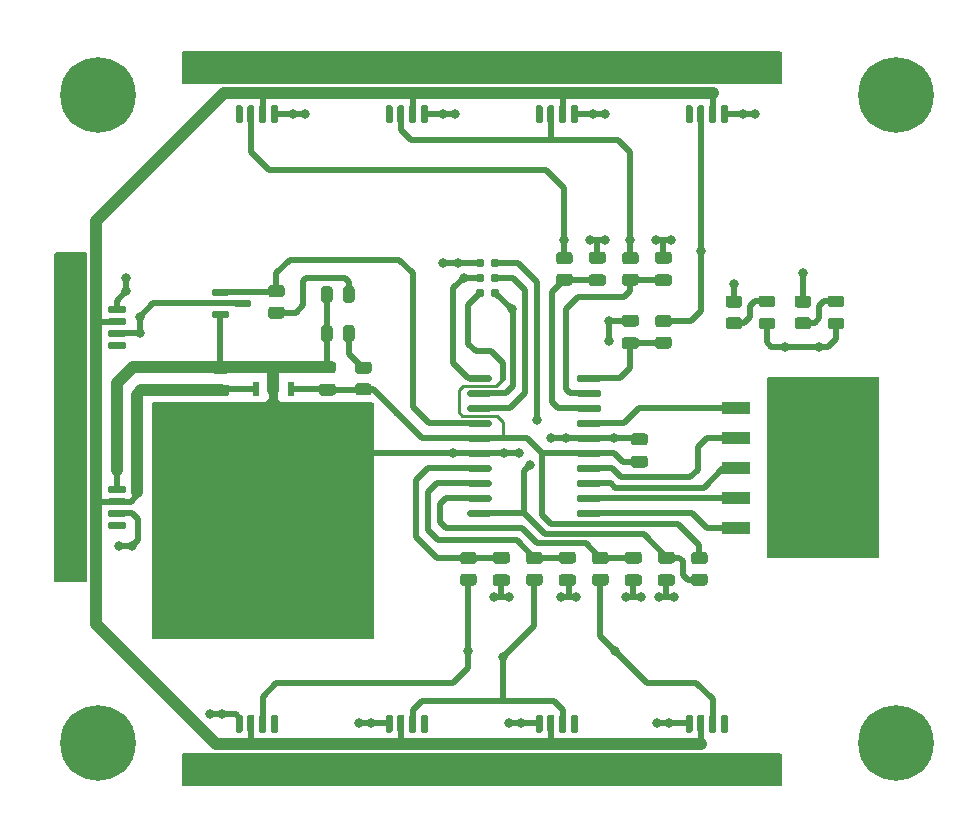
<source format=gtl>
G04 #@! TF.GenerationSoftware,KiCad,Pcbnew,6.0.10-86aedd382b~118~ubuntu18.04.1*
G04 #@! TF.CreationDate,2024-08-26T13:47:26-06:00*
G04 #@! TF.ProjectId,ckt-xing-txm,636b742d-7869-46e6-972d-74786d2e6b69,rev?*
G04 #@! TF.SameCoordinates,Original*
G04 #@! TF.FileFunction,Copper,L1,Top*
G04 #@! TF.FilePolarity,Positive*
%FSLAX46Y46*%
G04 Gerber Fmt 4.6, Leading zero omitted, Abs format (unit mm)*
G04 Created by KiCad (PCBNEW 6.0.10-86aedd382b~118~ubuntu18.04.1) date 2024-08-26 13:47:26*
%MOMM*%
%LPD*%
G01*
G04 APERTURE LIST*
G04 #@! TA.AperFunction,SMDPad,CuDef*
%ADD10R,0.550000X1.300000*%
G04 #@! TD*
G04 #@! TA.AperFunction,ComponentPad*
%ADD11C,6.400000*%
G04 #@! TD*
G04 #@! TA.AperFunction,SMDPad,CuDef*
%ADD12R,2.438400X1.117600*%
G04 #@! TD*
G04 #@! TA.AperFunction,ConnectorPad*
%ADD13C,0.787400*%
G04 #@! TD*
G04 #@! TA.AperFunction,ViaPad*
%ADD14C,0.800000*%
G04 #@! TD*
G04 #@! TA.AperFunction,Conductor*
%ADD15C,1.016000*%
G04 #@! TD*
G04 #@! TA.AperFunction,Conductor*
%ADD16C,0.508000*%
G04 #@! TD*
G04 #@! TA.AperFunction,Conductor*
%ADD17C,0.254000*%
G04 #@! TD*
G04 APERTURE END LIST*
D10*
X46077000Y-48261000D03*
G04 #@! TA.AperFunction,SMDPad,CuDef*
G36*
X43652000Y-52211000D02*
G01*
X43652000Y-49611000D01*
X44177000Y-49086000D01*
X44177000Y-47611000D01*
X44977000Y-47611000D01*
X44977000Y-49086000D01*
X45502000Y-49611000D01*
X45502000Y-52211000D01*
X43652000Y-52211000D01*
G37*
G04 #@! TD.AperFunction*
X43077000Y-48261000D03*
G04 #@! TA.AperFunction,SMDPad,CuDef*
G36*
G01*
X61537000Y-64925000D02*
X60637000Y-64925000D01*
G75*
G02*
X60387000Y-64675000I0J250000D01*
G01*
X60387000Y-64150000D01*
G75*
G02*
X60637000Y-63900000I250000J0D01*
G01*
X61537000Y-63900000D01*
G75*
G02*
X61787000Y-64150000I0J-250000D01*
G01*
X61787000Y-64675000D01*
G75*
G02*
X61537000Y-64925000I-250000J0D01*
G01*
G37*
G04 #@! TD.AperFunction*
G04 #@! TA.AperFunction,SMDPad,CuDef*
G36*
G01*
X61537000Y-63100000D02*
X60637000Y-63100000D01*
G75*
G02*
X60387000Y-62850000I0J250000D01*
G01*
X60387000Y-62325000D01*
G75*
G02*
X60637000Y-62075000I250000J0D01*
G01*
X61537000Y-62075000D01*
G75*
G02*
X61787000Y-62325000I0J-250000D01*
G01*
X61787000Y-62850000D01*
G75*
G02*
X61537000Y-63100000I-250000J0D01*
G01*
G37*
G04 #@! TD.AperFunction*
D11*
X29718000Y-23368000D03*
G04 #@! TA.AperFunction,SMDPad,CuDef*
G36*
G01*
X44980000Y-24362000D02*
X44980000Y-25612000D01*
G75*
G02*
X44830000Y-25762000I-150000J0D01*
G01*
X44530000Y-25762000D01*
G75*
G02*
X44380000Y-25612000I0J150000D01*
G01*
X44380000Y-24362000D01*
G75*
G02*
X44530000Y-24212000I150000J0D01*
G01*
X44830000Y-24212000D01*
G75*
G02*
X44980000Y-24362000I0J-150000D01*
G01*
G37*
G04 #@! TD.AperFunction*
G04 #@! TA.AperFunction,SMDPad,CuDef*
G36*
G01*
X43980000Y-24362000D02*
X43980000Y-25612000D01*
G75*
G02*
X43830000Y-25762000I-150000J0D01*
G01*
X43530000Y-25762000D01*
G75*
G02*
X43380000Y-25612000I0J150000D01*
G01*
X43380000Y-24362000D01*
G75*
G02*
X43530000Y-24212000I150000J0D01*
G01*
X43830000Y-24212000D01*
G75*
G02*
X43980000Y-24362000I0J-150000D01*
G01*
G37*
G04 #@! TD.AperFunction*
G04 #@! TA.AperFunction,SMDPad,CuDef*
G36*
G01*
X42980000Y-24362000D02*
X42980000Y-25612000D01*
G75*
G02*
X42830000Y-25762000I-150000J0D01*
G01*
X42530000Y-25762000D01*
G75*
G02*
X42380000Y-25612000I0J150000D01*
G01*
X42380000Y-24362000D01*
G75*
G02*
X42530000Y-24212000I150000J0D01*
G01*
X42830000Y-24212000D01*
G75*
G02*
X42980000Y-24362000I0J-150000D01*
G01*
G37*
G04 #@! TD.AperFunction*
G04 #@! TA.AperFunction,SMDPad,CuDef*
G36*
G01*
X41980000Y-24362000D02*
X41980000Y-25612000D01*
G75*
G02*
X41830000Y-25762000I-150000J0D01*
G01*
X41530000Y-25762000D01*
G75*
G02*
X41380000Y-25612000I0J150000D01*
G01*
X41380000Y-24362000D01*
G75*
G02*
X41530000Y-24212000I150000J0D01*
G01*
X41830000Y-24212000D01*
G75*
G02*
X41980000Y-24362000I0J-150000D01*
G01*
G37*
G04 #@! TD.AperFunction*
G04 #@! TA.AperFunction,SMDPad,CuDef*
G36*
G01*
X40980000Y-20462000D02*
X40980000Y-21762000D01*
G75*
G02*
X40730000Y-22012000I-250000J0D01*
G01*
X40030000Y-22012000D01*
G75*
G02*
X39780000Y-21762000I0J250000D01*
G01*
X39780000Y-20462000D01*
G75*
G02*
X40030000Y-20212000I250000J0D01*
G01*
X40730000Y-20212000D01*
G75*
G02*
X40980000Y-20462000I0J-250000D01*
G01*
G37*
G04 #@! TD.AperFunction*
G04 #@! TA.AperFunction,SMDPad,CuDef*
G36*
G01*
X46580000Y-20462000D02*
X46580000Y-21762000D01*
G75*
G02*
X46330000Y-22012000I-250000J0D01*
G01*
X45630000Y-22012000D01*
G75*
G02*
X45380000Y-21762000I0J250000D01*
G01*
X45380000Y-20462000D01*
G75*
G02*
X45630000Y-20212000I250000J0D01*
G01*
X46330000Y-20212000D01*
G75*
G02*
X46580000Y-20462000I0J-250000D01*
G01*
G37*
G04 #@! TD.AperFunction*
G04 #@! TA.AperFunction,SMDPad,CuDef*
G36*
G01*
X78072000Y-39550000D02*
X77122000Y-39550000D01*
G75*
G02*
X76872000Y-39300000I0J250000D01*
G01*
X76872000Y-38800000D01*
G75*
G02*
X77122000Y-38550000I250000J0D01*
G01*
X78072000Y-38550000D01*
G75*
G02*
X78322000Y-38800000I0J-250000D01*
G01*
X78322000Y-39300000D01*
G75*
G02*
X78072000Y-39550000I-250000J0D01*
G01*
G37*
G04 #@! TD.AperFunction*
G04 #@! TA.AperFunction,SMDPad,CuDef*
G36*
G01*
X78072000Y-37650000D02*
X77122000Y-37650000D01*
G75*
G02*
X76872000Y-37400000I0J250000D01*
G01*
X76872000Y-36900000D01*
G75*
G02*
X77122000Y-36650000I250000J0D01*
G01*
X78072000Y-36650000D01*
G75*
G02*
X78322000Y-36900000I0J-250000D01*
G01*
X78322000Y-37400000D01*
G75*
G02*
X78072000Y-37650000I-250000J0D01*
G01*
G37*
G04 #@! TD.AperFunction*
G04 #@! TA.AperFunction,SMDPad,CuDef*
G36*
G01*
X30712000Y-41253000D02*
X31962000Y-41253000D01*
G75*
G02*
X32112000Y-41403000I0J-150000D01*
G01*
X32112000Y-41703000D01*
G75*
G02*
X31962000Y-41853000I-150000J0D01*
G01*
X30712000Y-41853000D01*
G75*
G02*
X30562000Y-41703000I0J150000D01*
G01*
X30562000Y-41403000D01*
G75*
G02*
X30712000Y-41253000I150000J0D01*
G01*
G37*
G04 #@! TD.AperFunction*
G04 #@! TA.AperFunction,SMDPad,CuDef*
G36*
G01*
X30712000Y-42253000D02*
X31962000Y-42253000D01*
G75*
G02*
X32112000Y-42403000I0J-150000D01*
G01*
X32112000Y-42703000D01*
G75*
G02*
X31962000Y-42853000I-150000J0D01*
G01*
X30712000Y-42853000D01*
G75*
G02*
X30562000Y-42703000I0J150000D01*
G01*
X30562000Y-42403000D01*
G75*
G02*
X30712000Y-42253000I150000J0D01*
G01*
G37*
G04 #@! TD.AperFunction*
G04 #@! TA.AperFunction,SMDPad,CuDef*
G36*
G01*
X30712000Y-43253000D02*
X31962000Y-43253000D01*
G75*
G02*
X32112000Y-43403000I0J-150000D01*
G01*
X32112000Y-43703000D01*
G75*
G02*
X31962000Y-43853000I-150000J0D01*
G01*
X30712000Y-43853000D01*
G75*
G02*
X30562000Y-43703000I0J150000D01*
G01*
X30562000Y-43403000D01*
G75*
G02*
X30712000Y-43253000I150000J0D01*
G01*
G37*
G04 #@! TD.AperFunction*
G04 #@! TA.AperFunction,SMDPad,CuDef*
G36*
G01*
X30712000Y-44253000D02*
X31962000Y-44253000D01*
G75*
G02*
X32112000Y-44403000I0J-150000D01*
G01*
X32112000Y-44703000D01*
G75*
G02*
X31962000Y-44853000I-150000J0D01*
G01*
X30712000Y-44853000D01*
G75*
G02*
X30562000Y-44703000I0J150000D01*
G01*
X30562000Y-44403000D01*
G75*
G02*
X30712000Y-44253000I150000J0D01*
G01*
G37*
G04 #@! TD.AperFunction*
G04 #@! TA.AperFunction,SMDPad,CuDef*
G36*
G01*
X26812000Y-45253000D02*
X28112000Y-45253000D01*
G75*
G02*
X28362000Y-45503000I0J-250000D01*
G01*
X28362000Y-46203000D01*
G75*
G02*
X28112000Y-46453000I-250000J0D01*
G01*
X26812000Y-46453000D01*
G75*
G02*
X26562000Y-46203000I0J250000D01*
G01*
X26562000Y-45503000D01*
G75*
G02*
X26812000Y-45253000I250000J0D01*
G01*
G37*
G04 #@! TD.AperFunction*
G04 #@! TA.AperFunction,SMDPad,CuDef*
G36*
G01*
X26812000Y-39653000D02*
X28112000Y-39653000D01*
G75*
G02*
X28362000Y-39903000I0J-250000D01*
G01*
X28362000Y-40603000D01*
G75*
G02*
X28112000Y-40853000I-250000J0D01*
G01*
X26812000Y-40853000D01*
G75*
G02*
X26562000Y-40603000I0J250000D01*
G01*
X26562000Y-39903000D01*
G75*
G02*
X26812000Y-39653000I250000J0D01*
G01*
G37*
G04 #@! TD.AperFunction*
G04 #@! TA.AperFunction,SMDPad,CuDef*
G36*
G01*
X72484000Y-39550000D02*
X71534000Y-39550000D01*
G75*
G02*
X71284000Y-39300000I0J250000D01*
G01*
X71284000Y-38800000D01*
G75*
G02*
X71534000Y-38550000I250000J0D01*
G01*
X72484000Y-38550000D01*
G75*
G02*
X72734000Y-38800000I0J-250000D01*
G01*
X72734000Y-39300000D01*
G75*
G02*
X72484000Y-39550000I-250000J0D01*
G01*
G37*
G04 #@! TD.AperFunction*
G04 #@! TA.AperFunction,SMDPad,CuDef*
G36*
G01*
X72484000Y-37650000D02*
X71534000Y-37650000D01*
G75*
G02*
X71284000Y-37400000I0J250000D01*
G01*
X71284000Y-36900000D01*
G75*
G02*
X71534000Y-36650000I250000J0D01*
G01*
X72484000Y-36650000D01*
G75*
G02*
X72734000Y-36900000I0J-250000D01*
G01*
X72734000Y-37400000D01*
G75*
G02*
X72484000Y-37650000I-250000J0D01*
G01*
G37*
G04 #@! TD.AperFunction*
G04 #@! TA.AperFunction,SMDPad,CuDef*
G36*
G01*
X81095000Y-64925000D02*
X80195000Y-64925000D01*
G75*
G02*
X79945000Y-64675000I0J250000D01*
G01*
X79945000Y-64150000D01*
G75*
G02*
X80195000Y-63900000I250000J0D01*
G01*
X81095000Y-63900000D01*
G75*
G02*
X81345000Y-64150000I0J-250000D01*
G01*
X81345000Y-64675000D01*
G75*
G02*
X81095000Y-64925000I-250000J0D01*
G01*
G37*
G04 #@! TD.AperFunction*
G04 #@! TA.AperFunction,SMDPad,CuDef*
G36*
G01*
X81095000Y-63100000D02*
X80195000Y-63100000D01*
G75*
G02*
X79945000Y-62850000I0J250000D01*
G01*
X79945000Y-62325000D01*
G75*
G02*
X80195000Y-62075000I250000J0D01*
G01*
X81095000Y-62075000D01*
G75*
G02*
X81345000Y-62325000I0J-250000D01*
G01*
X81345000Y-62850000D01*
G75*
G02*
X81095000Y-63100000I-250000J0D01*
G01*
G37*
G04 #@! TD.AperFunction*
G04 #@! TA.AperFunction,SMDPad,CuDef*
G36*
G01*
X68765000Y-36675000D02*
X69665000Y-36675000D01*
G75*
G02*
X69915000Y-36925000I0J-250000D01*
G01*
X69915000Y-37450000D01*
G75*
G02*
X69665000Y-37700000I-250000J0D01*
G01*
X68765000Y-37700000D01*
G75*
G02*
X68515000Y-37450000I0J250000D01*
G01*
X68515000Y-36925000D01*
G75*
G02*
X68765000Y-36675000I250000J0D01*
G01*
G37*
G04 #@! TD.AperFunction*
G04 #@! TA.AperFunction,SMDPad,CuDef*
G36*
G01*
X68765000Y-38500000D02*
X69665000Y-38500000D01*
G75*
G02*
X69915000Y-38750000I0J-250000D01*
G01*
X69915000Y-39275000D01*
G75*
G02*
X69665000Y-39525000I-250000J0D01*
G01*
X68765000Y-39525000D01*
G75*
G02*
X68515000Y-39275000I0J250000D01*
G01*
X68515000Y-38750000D01*
G75*
G02*
X68765000Y-38500000I250000J0D01*
G01*
G37*
G04 #@! TD.AperFunction*
G04 #@! TA.AperFunction,SMDPad,CuDef*
G36*
G01*
X83080000Y-24362000D02*
X83080000Y-25612000D01*
G75*
G02*
X82930000Y-25762000I-150000J0D01*
G01*
X82630000Y-25762000D01*
G75*
G02*
X82480000Y-25612000I0J150000D01*
G01*
X82480000Y-24362000D01*
G75*
G02*
X82630000Y-24212000I150000J0D01*
G01*
X82930000Y-24212000D01*
G75*
G02*
X83080000Y-24362000I0J-150000D01*
G01*
G37*
G04 #@! TD.AperFunction*
G04 #@! TA.AperFunction,SMDPad,CuDef*
G36*
G01*
X82080000Y-24362000D02*
X82080000Y-25612000D01*
G75*
G02*
X81930000Y-25762000I-150000J0D01*
G01*
X81630000Y-25762000D01*
G75*
G02*
X81480000Y-25612000I0J150000D01*
G01*
X81480000Y-24362000D01*
G75*
G02*
X81630000Y-24212000I150000J0D01*
G01*
X81930000Y-24212000D01*
G75*
G02*
X82080000Y-24362000I0J-150000D01*
G01*
G37*
G04 #@! TD.AperFunction*
G04 #@! TA.AperFunction,SMDPad,CuDef*
G36*
G01*
X81080000Y-24362000D02*
X81080000Y-25612000D01*
G75*
G02*
X80930000Y-25762000I-150000J0D01*
G01*
X80630000Y-25762000D01*
G75*
G02*
X80480000Y-25612000I0J150000D01*
G01*
X80480000Y-24362000D01*
G75*
G02*
X80630000Y-24212000I150000J0D01*
G01*
X80930000Y-24212000D01*
G75*
G02*
X81080000Y-24362000I0J-150000D01*
G01*
G37*
G04 #@! TD.AperFunction*
G04 #@! TA.AperFunction,SMDPad,CuDef*
G36*
G01*
X80080000Y-24362000D02*
X80080000Y-25612000D01*
G75*
G02*
X79930000Y-25762000I-150000J0D01*
G01*
X79630000Y-25762000D01*
G75*
G02*
X79480000Y-25612000I0J150000D01*
G01*
X79480000Y-24362000D01*
G75*
G02*
X79630000Y-24212000I150000J0D01*
G01*
X79930000Y-24212000D01*
G75*
G02*
X80080000Y-24362000I0J-150000D01*
G01*
G37*
G04 #@! TD.AperFunction*
G04 #@! TA.AperFunction,SMDPad,CuDef*
G36*
G01*
X84680000Y-20462000D02*
X84680000Y-21762000D01*
G75*
G02*
X84430000Y-22012000I-250000J0D01*
G01*
X83730000Y-22012000D01*
G75*
G02*
X83480000Y-21762000I0J250000D01*
G01*
X83480000Y-20462000D01*
G75*
G02*
X83730000Y-20212000I250000J0D01*
G01*
X84430000Y-20212000D01*
G75*
G02*
X84680000Y-20462000I0J-250000D01*
G01*
G37*
G04 #@! TD.AperFunction*
G04 #@! TA.AperFunction,SMDPad,CuDef*
G36*
G01*
X79080000Y-20462000D02*
X79080000Y-21762000D01*
G75*
G02*
X78830000Y-22012000I-250000J0D01*
G01*
X78130000Y-22012000D01*
G75*
G02*
X77880000Y-21762000I0J250000D01*
G01*
X77880000Y-20462000D01*
G75*
G02*
X78130000Y-20212000I250000J0D01*
G01*
X78830000Y-20212000D01*
G75*
G02*
X79080000Y-20462000I0J-250000D01*
G01*
G37*
G04 #@! TD.AperFunction*
G04 #@! TA.AperFunction,SMDPad,CuDef*
G36*
G01*
X51747000Y-45946000D02*
X52647000Y-45946000D01*
G75*
G02*
X52897000Y-46196000I0J-250000D01*
G01*
X52897000Y-46721000D01*
G75*
G02*
X52647000Y-46971000I-250000J0D01*
G01*
X51747000Y-46971000D01*
G75*
G02*
X51497000Y-46721000I0J250000D01*
G01*
X51497000Y-46196000D01*
G75*
G02*
X51747000Y-45946000I250000J0D01*
G01*
G37*
G04 #@! TD.AperFunction*
G04 #@! TA.AperFunction,SMDPad,CuDef*
G36*
G01*
X51747000Y-47771000D02*
X52647000Y-47771000D01*
G75*
G02*
X52897000Y-48021000I0J-250000D01*
G01*
X52897000Y-48546000D01*
G75*
G02*
X52647000Y-48796000I-250000J0D01*
G01*
X51747000Y-48796000D01*
G75*
G02*
X51497000Y-48546000I0J250000D01*
G01*
X51497000Y-48021000D01*
G75*
G02*
X51747000Y-47771000I250000J0D01*
G01*
G37*
G04 #@! TD.AperFunction*
G04 #@! TA.AperFunction,SMDPad,CuDef*
G36*
G01*
X77147000Y-42009000D02*
X78047000Y-42009000D01*
G75*
G02*
X78297000Y-42259000I0J-250000D01*
G01*
X78297000Y-42784000D01*
G75*
G02*
X78047000Y-43034000I-250000J0D01*
G01*
X77147000Y-43034000D01*
G75*
G02*
X76897000Y-42784000I0J250000D01*
G01*
X76897000Y-42259000D01*
G75*
G02*
X77147000Y-42009000I250000J0D01*
G01*
G37*
G04 #@! TD.AperFunction*
G04 #@! TA.AperFunction,SMDPad,CuDef*
G36*
G01*
X77147000Y-43834000D02*
X78047000Y-43834000D01*
G75*
G02*
X78297000Y-44084000I0J-250000D01*
G01*
X78297000Y-44609000D01*
G75*
G02*
X78047000Y-44859000I-250000J0D01*
G01*
X77147000Y-44859000D01*
G75*
G02*
X76897000Y-44609000I0J250000D01*
G01*
X76897000Y-44084000D01*
G75*
G02*
X77147000Y-43834000I250000J0D01*
G01*
G37*
G04 #@! TD.AperFunction*
X29718000Y-78232000D03*
G04 #@! TA.AperFunction,SMDPad,CuDef*
G36*
G01*
X39346000Y-40221000D02*
X39346000Y-39921000D01*
G75*
G02*
X39496000Y-39771000I150000J0D01*
G01*
X40671000Y-39771000D01*
G75*
G02*
X40821000Y-39921000I0J-150000D01*
G01*
X40821000Y-40221000D01*
G75*
G02*
X40671000Y-40371000I-150000J0D01*
G01*
X39496000Y-40371000D01*
G75*
G02*
X39346000Y-40221000I0J150000D01*
G01*
G37*
G04 #@! TD.AperFunction*
G04 #@! TA.AperFunction,SMDPad,CuDef*
G36*
G01*
X39346000Y-42121000D02*
X39346000Y-41821000D01*
G75*
G02*
X39496000Y-41671000I150000J0D01*
G01*
X40671000Y-41671000D01*
G75*
G02*
X40821000Y-41821000I0J-150000D01*
G01*
X40821000Y-42121000D01*
G75*
G02*
X40671000Y-42271000I-150000J0D01*
G01*
X39496000Y-42271000D01*
G75*
G02*
X39346000Y-42121000I0J150000D01*
G01*
G37*
G04 #@! TD.AperFunction*
G04 #@! TA.AperFunction,SMDPad,CuDef*
G36*
G01*
X41221000Y-41171000D02*
X41221000Y-40871000D01*
G75*
G02*
X41371000Y-40721000I150000J0D01*
G01*
X42546000Y-40721000D01*
G75*
G02*
X42696000Y-40871000I0J-150000D01*
G01*
X42696000Y-41171000D01*
G75*
G02*
X42546000Y-41321000I-150000J0D01*
G01*
X41371000Y-41321000D01*
G75*
G02*
X41221000Y-41171000I0J150000D01*
G01*
G37*
G04 #@! TD.AperFunction*
G04 #@! TA.AperFunction,SMDPad,CuDef*
G36*
G01*
X74353000Y-36675000D02*
X75253000Y-36675000D01*
G75*
G02*
X75503000Y-36925000I0J-250000D01*
G01*
X75503000Y-37450000D01*
G75*
G02*
X75253000Y-37700000I-250000J0D01*
G01*
X74353000Y-37700000D01*
G75*
G02*
X74103000Y-37450000I0J250000D01*
G01*
X74103000Y-36925000D01*
G75*
G02*
X74353000Y-36675000I250000J0D01*
G01*
G37*
G04 #@! TD.AperFunction*
G04 #@! TA.AperFunction,SMDPad,CuDef*
G36*
G01*
X74353000Y-38500000D02*
X75253000Y-38500000D01*
G75*
G02*
X75503000Y-38750000I0J-250000D01*
G01*
X75503000Y-39275000D01*
G75*
G02*
X75253000Y-39525000I-250000J0D01*
G01*
X74353000Y-39525000D01*
G75*
G02*
X74103000Y-39275000I0J250000D01*
G01*
X74103000Y-38750000D01*
G75*
G02*
X74353000Y-38500000I250000J0D01*
G01*
G37*
G04 #@! TD.AperFunction*
X97282000Y-78232000D03*
G04 #@! TA.AperFunction,SMDPad,CuDef*
G36*
G01*
X70380000Y-24362000D02*
X70380000Y-25612000D01*
G75*
G02*
X70230000Y-25762000I-150000J0D01*
G01*
X69930000Y-25762000D01*
G75*
G02*
X69780000Y-25612000I0J150000D01*
G01*
X69780000Y-24362000D01*
G75*
G02*
X69930000Y-24212000I150000J0D01*
G01*
X70230000Y-24212000D01*
G75*
G02*
X70380000Y-24362000I0J-150000D01*
G01*
G37*
G04 #@! TD.AperFunction*
G04 #@! TA.AperFunction,SMDPad,CuDef*
G36*
G01*
X69380000Y-24362000D02*
X69380000Y-25612000D01*
G75*
G02*
X69230000Y-25762000I-150000J0D01*
G01*
X68930000Y-25762000D01*
G75*
G02*
X68780000Y-25612000I0J150000D01*
G01*
X68780000Y-24362000D01*
G75*
G02*
X68930000Y-24212000I150000J0D01*
G01*
X69230000Y-24212000D01*
G75*
G02*
X69380000Y-24362000I0J-150000D01*
G01*
G37*
G04 #@! TD.AperFunction*
G04 #@! TA.AperFunction,SMDPad,CuDef*
G36*
G01*
X68380000Y-24362000D02*
X68380000Y-25612000D01*
G75*
G02*
X68230000Y-25762000I-150000J0D01*
G01*
X67930000Y-25762000D01*
G75*
G02*
X67780000Y-25612000I0J150000D01*
G01*
X67780000Y-24362000D01*
G75*
G02*
X67930000Y-24212000I150000J0D01*
G01*
X68230000Y-24212000D01*
G75*
G02*
X68380000Y-24362000I0J-150000D01*
G01*
G37*
G04 #@! TD.AperFunction*
G04 #@! TA.AperFunction,SMDPad,CuDef*
G36*
G01*
X67380000Y-24362000D02*
X67380000Y-25612000D01*
G75*
G02*
X67230000Y-25762000I-150000J0D01*
G01*
X66930000Y-25762000D01*
G75*
G02*
X66780000Y-25612000I0J150000D01*
G01*
X66780000Y-24362000D01*
G75*
G02*
X66930000Y-24212000I150000J0D01*
G01*
X67230000Y-24212000D01*
G75*
G02*
X67380000Y-24362000I0J-150000D01*
G01*
G37*
G04 #@! TD.AperFunction*
G04 #@! TA.AperFunction,SMDPad,CuDef*
G36*
G01*
X71980000Y-20462000D02*
X71980000Y-21762000D01*
G75*
G02*
X71730000Y-22012000I-250000J0D01*
G01*
X71030000Y-22012000D01*
G75*
G02*
X70780000Y-21762000I0J250000D01*
G01*
X70780000Y-20462000D01*
G75*
G02*
X71030000Y-20212000I250000J0D01*
G01*
X71730000Y-20212000D01*
G75*
G02*
X71980000Y-20462000I0J-250000D01*
G01*
G37*
G04 #@! TD.AperFunction*
G04 #@! TA.AperFunction,SMDPad,CuDef*
G36*
G01*
X66380000Y-20462000D02*
X66380000Y-21762000D01*
G75*
G02*
X66130000Y-22012000I-250000J0D01*
G01*
X65430000Y-22012000D01*
G75*
G02*
X65180000Y-21762000I0J250000D01*
G01*
X65180000Y-20462000D01*
G75*
G02*
X65430000Y-20212000I250000J0D01*
G01*
X66130000Y-20212000D01*
G75*
G02*
X66380000Y-20462000I0J-250000D01*
G01*
G37*
G04 #@! TD.AperFunction*
G04 #@! TA.AperFunction,SMDPad,CuDef*
G36*
G01*
X57680000Y-24362000D02*
X57680000Y-25612000D01*
G75*
G02*
X57530000Y-25762000I-150000J0D01*
G01*
X57230000Y-25762000D01*
G75*
G02*
X57080000Y-25612000I0J150000D01*
G01*
X57080000Y-24362000D01*
G75*
G02*
X57230000Y-24212000I150000J0D01*
G01*
X57530000Y-24212000D01*
G75*
G02*
X57680000Y-24362000I0J-150000D01*
G01*
G37*
G04 #@! TD.AperFunction*
G04 #@! TA.AperFunction,SMDPad,CuDef*
G36*
G01*
X56680000Y-24362000D02*
X56680000Y-25612000D01*
G75*
G02*
X56530000Y-25762000I-150000J0D01*
G01*
X56230000Y-25762000D01*
G75*
G02*
X56080000Y-25612000I0J150000D01*
G01*
X56080000Y-24362000D01*
G75*
G02*
X56230000Y-24212000I150000J0D01*
G01*
X56530000Y-24212000D01*
G75*
G02*
X56680000Y-24362000I0J-150000D01*
G01*
G37*
G04 #@! TD.AperFunction*
G04 #@! TA.AperFunction,SMDPad,CuDef*
G36*
G01*
X55680000Y-24362000D02*
X55680000Y-25612000D01*
G75*
G02*
X55530000Y-25762000I-150000J0D01*
G01*
X55230000Y-25762000D01*
G75*
G02*
X55080000Y-25612000I0J150000D01*
G01*
X55080000Y-24362000D01*
G75*
G02*
X55230000Y-24212000I150000J0D01*
G01*
X55530000Y-24212000D01*
G75*
G02*
X55680000Y-24362000I0J-150000D01*
G01*
G37*
G04 #@! TD.AperFunction*
G04 #@! TA.AperFunction,SMDPad,CuDef*
G36*
G01*
X54680000Y-24362000D02*
X54680000Y-25612000D01*
G75*
G02*
X54530000Y-25762000I-150000J0D01*
G01*
X54230000Y-25762000D01*
G75*
G02*
X54080000Y-25612000I0J150000D01*
G01*
X54080000Y-24362000D01*
G75*
G02*
X54230000Y-24212000I150000J0D01*
G01*
X54530000Y-24212000D01*
G75*
G02*
X54680000Y-24362000I0J-150000D01*
G01*
G37*
G04 #@! TD.AperFunction*
G04 #@! TA.AperFunction,SMDPad,CuDef*
G36*
G01*
X59280000Y-20462000D02*
X59280000Y-21762000D01*
G75*
G02*
X59030000Y-22012000I-250000J0D01*
G01*
X58330000Y-22012000D01*
G75*
G02*
X58080000Y-21762000I0J250000D01*
G01*
X58080000Y-20462000D01*
G75*
G02*
X58330000Y-20212000I250000J0D01*
G01*
X59030000Y-20212000D01*
G75*
G02*
X59280000Y-20462000I0J-250000D01*
G01*
G37*
G04 #@! TD.AperFunction*
G04 #@! TA.AperFunction,SMDPad,CuDef*
G36*
G01*
X53680000Y-20462000D02*
X53680000Y-21762000D01*
G75*
G02*
X53430000Y-22012000I-250000J0D01*
G01*
X52730000Y-22012000D01*
G75*
G02*
X52480000Y-21762000I0J250000D01*
G01*
X52480000Y-20462000D01*
G75*
G02*
X52730000Y-20212000I250000J0D01*
G01*
X53430000Y-20212000D01*
G75*
G02*
X53680000Y-20462000I0J-250000D01*
G01*
G37*
G04 #@! TD.AperFunction*
G04 #@! TA.AperFunction,SMDPad,CuDef*
G36*
G01*
X67125000Y-64925000D02*
X66225000Y-64925000D01*
G75*
G02*
X65975000Y-64675000I0J250000D01*
G01*
X65975000Y-64150000D01*
G75*
G02*
X66225000Y-63900000I250000J0D01*
G01*
X67125000Y-63900000D01*
G75*
G02*
X67375000Y-64150000I0J-250000D01*
G01*
X67375000Y-64675000D01*
G75*
G02*
X67125000Y-64925000I-250000J0D01*
G01*
G37*
G04 #@! TD.AperFunction*
G04 #@! TA.AperFunction,SMDPad,CuDef*
G36*
G01*
X67125000Y-63100000D02*
X66225000Y-63100000D01*
G75*
G02*
X65975000Y-62850000I0J250000D01*
G01*
X65975000Y-62325000D01*
G75*
G02*
X66225000Y-62075000I250000J0D01*
G01*
X67125000Y-62075000D01*
G75*
G02*
X67375000Y-62325000I0J-250000D01*
G01*
X67375000Y-62850000D01*
G75*
G02*
X67125000Y-63100000I-250000J0D01*
G01*
G37*
G04 #@! TD.AperFunction*
G04 #@! TA.AperFunction,SMDPad,CuDef*
G36*
G01*
X54080000Y-77238000D02*
X54080000Y-75988000D01*
G75*
G02*
X54230000Y-75838000I150000J0D01*
G01*
X54530000Y-75838000D01*
G75*
G02*
X54680000Y-75988000I0J-150000D01*
G01*
X54680000Y-77238000D01*
G75*
G02*
X54530000Y-77388000I-150000J0D01*
G01*
X54230000Y-77388000D01*
G75*
G02*
X54080000Y-77238000I0J150000D01*
G01*
G37*
G04 #@! TD.AperFunction*
G04 #@! TA.AperFunction,SMDPad,CuDef*
G36*
G01*
X55080000Y-77238000D02*
X55080000Y-75988000D01*
G75*
G02*
X55230000Y-75838000I150000J0D01*
G01*
X55530000Y-75838000D01*
G75*
G02*
X55680000Y-75988000I0J-150000D01*
G01*
X55680000Y-77238000D01*
G75*
G02*
X55530000Y-77388000I-150000J0D01*
G01*
X55230000Y-77388000D01*
G75*
G02*
X55080000Y-77238000I0J150000D01*
G01*
G37*
G04 #@! TD.AperFunction*
G04 #@! TA.AperFunction,SMDPad,CuDef*
G36*
G01*
X56080000Y-77238000D02*
X56080000Y-75988000D01*
G75*
G02*
X56230000Y-75838000I150000J0D01*
G01*
X56530000Y-75838000D01*
G75*
G02*
X56680000Y-75988000I0J-150000D01*
G01*
X56680000Y-77238000D01*
G75*
G02*
X56530000Y-77388000I-150000J0D01*
G01*
X56230000Y-77388000D01*
G75*
G02*
X56080000Y-77238000I0J150000D01*
G01*
G37*
G04 #@! TD.AperFunction*
G04 #@! TA.AperFunction,SMDPad,CuDef*
G36*
G01*
X57080000Y-77238000D02*
X57080000Y-75988000D01*
G75*
G02*
X57230000Y-75838000I150000J0D01*
G01*
X57530000Y-75838000D01*
G75*
G02*
X57680000Y-75988000I0J-150000D01*
G01*
X57680000Y-77238000D01*
G75*
G02*
X57530000Y-77388000I-150000J0D01*
G01*
X57230000Y-77388000D01*
G75*
G02*
X57080000Y-77238000I0J150000D01*
G01*
G37*
G04 #@! TD.AperFunction*
G04 #@! TA.AperFunction,SMDPad,CuDef*
G36*
G01*
X58080000Y-81138000D02*
X58080000Y-79838000D01*
G75*
G02*
X58330000Y-79588000I250000J0D01*
G01*
X59030000Y-79588000D01*
G75*
G02*
X59280000Y-79838000I0J-250000D01*
G01*
X59280000Y-81138000D01*
G75*
G02*
X59030000Y-81388000I-250000J0D01*
G01*
X58330000Y-81388000D01*
G75*
G02*
X58080000Y-81138000I0J250000D01*
G01*
G37*
G04 #@! TD.AperFunction*
G04 #@! TA.AperFunction,SMDPad,CuDef*
G36*
G01*
X52480000Y-81138000D02*
X52480000Y-79838000D01*
G75*
G02*
X52730000Y-79588000I250000J0D01*
G01*
X53430000Y-79588000D01*
G75*
G02*
X53680000Y-79838000I0J-250000D01*
G01*
X53680000Y-81138000D01*
G75*
G02*
X53430000Y-81388000I-250000J0D01*
G01*
X52730000Y-81388000D01*
G75*
G02*
X52480000Y-81138000I0J250000D01*
G01*
G37*
G04 #@! TD.AperFunction*
G04 #@! TA.AperFunction,SMDPad,CuDef*
G36*
G01*
X76040000Y-54917000D02*
X75090000Y-54917000D01*
G75*
G02*
X74840000Y-54667000I0J250000D01*
G01*
X74840000Y-54167000D01*
G75*
G02*
X75090000Y-53917000I250000J0D01*
G01*
X76040000Y-53917000D01*
G75*
G02*
X76290000Y-54167000I0J-250000D01*
G01*
X76290000Y-54667000D01*
G75*
G02*
X76040000Y-54917000I-250000J0D01*
G01*
G37*
G04 #@! TD.AperFunction*
G04 #@! TA.AperFunction,SMDPad,CuDef*
G36*
G01*
X76040000Y-53017000D02*
X75090000Y-53017000D01*
G75*
G02*
X74840000Y-52767000I0J250000D01*
G01*
X74840000Y-52267000D01*
G75*
G02*
X75090000Y-52017000I250000J0D01*
G01*
X76040000Y-52017000D01*
G75*
G02*
X76290000Y-52267000I0J-250000D01*
G01*
X76290000Y-52767000D01*
G75*
G02*
X76040000Y-53017000I-250000J0D01*
G01*
G37*
G04 #@! TD.AperFunction*
G04 #@! TA.AperFunction,SMDPad,CuDef*
G36*
G01*
X77376000Y-62050000D02*
X78326000Y-62050000D01*
G75*
G02*
X78576000Y-62300000I0J-250000D01*
G01*
X78576000Y-62800000D01*
G75*
G02*
X78326000Y-63050000I-250000J0D01*
G01*
X77376000Y-63050000D01*
G75*
G02*
X77126000Y-62800000I0J250000D01*
G01*
X77126000Y-62300000D01*
G75*
G02*
X77376000Y-62050000I250000J0D01*
G01*
G37*
G04 #@! TD.AperFunction*
G04 #@! TA.AperFunction,SMDPad,CuDef*
G36*
G01*
X77376000Y-63950000D02*
X78326000Y-63950000D01*
G75*
G02*
X78576000Y-64200000I0J-250000D01*
G01*
X78576000Y-64700000D01*
G75*
G02*
X78326000Y-64950000I-250000J0D01*
G01*
X77376000Y-64950000D01*
G75*
G02*
X77126000Y-64700000I0J250000D01*
G01*
X77126000Y-64200000D01*
G75*
G02*
X77376000Y-63950000I250000J0D01*
G01*
G37*
G04 #@! TD.AperFunction*
G04 #@! TA.AperFunction,SMDPad,CuDef*
G36*
G01*
X66780000Y-77238000D02*
X66780000Y-75988000D01*
G75*
G02*
X66930000Y-75838000I150000J0D01*
G01*
X67230000Y-75838000D01*
G75*
G02*
X67380000Y-75988000I0J-150000D01*
G01*
X67380000Y-77238000D01*
G75*
G02*
X67230000Y-77388000I-150000J0D01*
G01*
X66930000Y-77388000D01*
G75*
G02*
X66780000Y-77238000I0J150000D01*
G01*
G37*
G04 #@! TD.AperFunction*
G04 #@! TA.AperFunction,SMDPad,CuDef*
G36*
G01*
X67780000Y-77238000D02*
X67780000Y-75988000D01*
G75*
G02*
X67930000Y-75838000I150000J0D01*
G01*
X68230000Y-75838000D01*
G75*
G02*
X68380000Y-75988000I0J-150000D01*
G01*
X68380000Y-77238000D01*
G75*
G02*
X68230000Y-77388000I-150000J0D01*
G01*
X67930000Y-77388000D01*
G75*
G02*
X67780000Y-77238000I0J150000D01*
G01*
G37*
G04 #@! TD.AperFunction*
G04 #@! TA.AperFunction,SMDPad,CuDef*
G36*
G01*
X68780000Y-77238000D02*
X68780000Y-75988000D01*
G75*
G02*
X68930000Y-75838000I150000J0D01*
G01*
X69230000Y-75838000D01*
G75*
G02*
X69380000Y-75988000I0J-150000D01*
G01*
X69380000Y-77238000D01*
G75*
G02*
X69230000Y-77388000I-150000J0D01*
G01*
X68930000Y-77388000D01*
G75*
G02*
X68780000Y-77238000I0J150000D01*
G01*
G37*
G04 #@! TD.AperFunction*
G04 #@! TA.AperFunction,SMDPad,CuDef*
G36*
G01*
X69780000Y-77238000D02*
X69780000Y-75988000D01*
G75*
G02*
X69930000Y-75838000I150000J0D01*
G01*
X70230000Y-75838000D01*
G75*
G02*
X70380000Y-75988000I0J-150000D01*
G01*
X70380000Y-77238000D01*
G75*
G02*
X70230000Y-77388000I-150000J0D01*
G01*
X69930000Y-77388000D01*
G75*
G02*
X69780000Y-77238000I0J150000D01*
G01*
G37*
G04 #@! TD.AperFunction*
G04 #@! TA.AperFunction,SMDPad,CuDef*
G36*
G01*
X70780000Y-81138000D02*
X70780000Y-79838000D01*
G75*
G02*
X71030000Y-79588000I250000J0D01*
G01*
X71730000Y-79588000D01*
G75*
G02*
X71980000Y-79838000I0J-250000D01*
G01*
X71980000Y-81138000D01*
G75*
G02*
X71730000Y-81388000I-250000J0D01*
G01*
X71030000Y-81388000D01*
G75*
G02*
X70780000Y-81138000I0J250000D01*
G01*
G37*
G04 #@! TD.AperFunction*
G04 #@! TA.AperFunction,SMDPad,CuDef*
G36*
G01*
X65180000Y-81138000D02*
X65180000Y-79838000D01*
G75*
G02*
X65430000Y-79588000I250000J0D01*
G01*
X66130000Y-79588000D01*
G75*
G02*
X66380000Y-79838000I0J-250000D01*
G01*
X66380000Y-81138000D01*
G75*
G02*
X66130000Y-81388000I-250000J0D01*
G01*
X65430000Y-81388000D01*
G75*
G02*
X65180000Y-81138000I0J250000D01*
G01*
G37*
G04 #@! TD.AperFunction*
G04 #@! TA.AperFunction,SMDPad,CuDef*
G36*
G01*
X40607000Y-48882000D02*
X39657000Y-48882000D01*
G75*
G02*
X39407000Y-48632000I0J250000D01*
G01*
X39407000Y-48132000D01*
G75*
G02*
X39657000Y-47882000I250000J0D01*
G01*
X40607000Y-47882000D01*
G75*
G02*
X40857000Y-48132000I0J-250000D01*
G01*
X40857000Y-48632000D01*
G75*
G02*
X40607000Y-48882000I-250000J0D01*
G01*
G37*
G04 #@! TD.AperFunction*
G04 #@! TA.AperFunction,SMDPad,CuDef*
G36*
G01*
X40607000Y-46982000D02*
X39657000Y-46982000D01*
G75*
G02*
X39407000Y-46732000I0J250000D01*
G01*
X39407000Y-46232000D01*
G75*
G02*
X39657000Y-45982000I250000J0D01*
G01*
X40607000Y-45982000D01*
G75*
G02*
X40857000Y-46232000I0J-250000D01*
G01*
X40857000Y-46732000D01*
G75*
G02*
X40607000Y-46982000I-250000J0D01*
G01*
G37*
G04 #@! TD.AperFunction*
G04 #@! TA.AperFunction,SMDPad,CuDef*
G36*
G01*
X89858000Y-43208000D02*
X88958000Y-43208000D01*
G75*
G02*
X88708000Y-42958000I0J250000D01*
G01*
X88708000Y-42433000D01*
G75*
G02*
X88958000Y-42183000I250000J0D01*
G01*
X89858000Y-42183000D01*
G75*
G02*
X90108000Y-42433000I0J-250000D01*
G01*
X90108000Y-42958000D01*
G75*
G02*
X89858000Y-43208000I-250000J0D01*
G01*
G37*
G04 #@! TD.AperFunction*
G04 #@! TA.AperFunction,SMDPad,CuDef*
G36*
G01*
X89858000Y-41383000D02*
X88958000Y-41383000D01*
G75*
G02*
X88708000Y-41133000I0J250000D01*
G01*
X88708000Y-40608000D01*
G75*
G02*
X88958000Y-40358000I250000J0D01*
G01*
X89858000Y-40358000D01*
G75*
G02*
X90108000Y-40608000I0J-250000D01*
G01*
X90108000Y-41133000D01*
G75*
G02*
X89858000Y-41383000I-250000J0D01*
G01*
G37*
G04 #@! TD.AperFunction*
G04 #@! TA.AperFunction,SMDPad,CuDef*
G36*
G01*
X79480000Y-77238000D02*
X79480000Y-75988000D01*
G75*
G02*
X79630000Y-75838000I150000J0D01*
G01*
X79930000Y-75838000D01*
G75*
G02*
X80080000Y-75988000I0J-150000D01*
G01*
X80080000Y-77238000D01*
G75*
G02*
X79930000Y-77388000I-150000J0D01*
G01*
X79630000Y-77388000D01*
G75*
G02*
X79480000Y-77238000I0J150000D01*
G01*
G37*
G04 #@! TD.AperFunction*
G04 #@! TA.AperFunction,SMDPad,CuDef*
G36*
G01*
X80480000Y-77238000D02*
X80480000Y-75988000D01*
G75*
G02*
X80630000Y-75838000I150000J0D01*
G01*
X80930000Y-75838000D01*
G75*
G02*
X81080000Y-75988000I0J-150000D01*
G01*
X81080000Y-77238000D01*
G75*
G02*
X80930000Y-77388000I-150000J0D01*
G01*
X80630000Y-77388000D01*
G75*
G02*
X80480000Y-77238000I0J150000D01*
G01*
G37*
G04 #@! TD.AperFunction*
G04 #@! TA.AperFunction,SMDPad,CuDef*
G36*
G01*
X81480000Y-77238000D02*
X81480000Y-75988000D01*
G75*
G02*
X81630000Y-75838000I150000J0D01*
G01*
X81930000Y-75838000D01*
G75*
G02*
X82080000Y-75988000I0J-150000D01*
G01*
X82080000Y-77238000D01*
G75*
G02*
X81930000Y-77388000I-150000J0D01*
G01*
X81630000Y-77388000D01*
G75*
G02*
X81480000Y-77238000I0J150000D01*
G01*
G37*
G04 #@! TD.AperFunction*
G04 #@! TA.AperFunction,SMDPad,CuDef*
G36*
G01*
X82480000Y-77238000D02*
X82480000Y-75988000D01*
G75*
G02*
X82630000Y-75838000I150000J0D01*
G01*
X82930000Y-75838000D01*
G75*
G02*
X83080000Y-75988000I0J-150000D01*
G01*
X83080000Y-77238000D01*
G75*
G02*
X82930000Y-77388000I-150000J0D01*
G01*
X82630000Y-77388000D01*
G75*
G02*
X82480000Y-77238000I0J150000D01*
G01*
G37*
G04 #@! TD.AperFunction*
G04 #@! TA.AperFunction,SMDPad,CuDef*
G36*
G01*
X83480000Y-81138000D02*
X83480000Y-79838000D01*
G75*
G02*
X83730000Y-79588000I250000J0D01*
G01*
X84430000Y-79588000D01*
G75*
G02*
X84680000Y-79838000I0J-250000D01*
G01*
X84680000Y-81138000D01*
G75*
G02*
X84430000Y-81388000I-250000J0D01*
G01*
X83730000Y-81388000D01*
G75*
G02*
X83480000Y-81138000I0J250000D01*
G01*
G37*
G04 #@! TD.AperFunction*
G04 #@! TA.AperFunction,SMDPad,CuDef*
G36*
G01*
X77880000Y-81138000D02*
X77880000Y-79838000D01*
G75*
G02*
X78130000Y-79588000I250000J0D01*
G01*
X78830000Y-79588000D01*
G75*
G02*
X79080000Y-79838000I0J-250000D01*
G01*
X79080000Y-81138000D01*
G75*
G02*
X78830000Y-81388000I-250000J0D01*
G01*
X78130000Y-81388000D01*
G75*
G02*
X77880000Y-81138000I0J250000D01*
G01*
G37*
G04 #@! TD.AperFunction*
G04 #@! TA.AperFunction,SMDPad,CuDef*
G36*
G01*
X86816250Y-43208000D02*
X85903750Y-43208000D01*
G75*
G02*
X85660000Y-42964250I0J243750D01*
G01*
X85660000Y-42476750D01*
G75*
G02*
X85903750Y-42233000I243750J0D01*
G01*
X86816250Y-42233000D01*
G75*
G02*
X87060000Y-42476750I0J-243750D01*
G01*
X87060000Y-42964250D01*
G75*
G02*
X86816250Y-43208000I-243750J0D01*
G01*
G37*
G04 #@! TD.AperFunction*
G04 #@! TA.AperFunction,SMDPad,CuDef*
G36*
G01*
X86816250Y-41333000D02*
X85903750Y-41333000D01*
G75*
G02*
X85660000Y-41089250I0J243750D01*
G01*
X85660000Y-40601750D01*
G75*
G02*
X85903750Y-40358000I243750J0D01*
G01*
X86816250Y-40358000D01*
G75*
G02*
X87060000Y-40601750I0J-243750D01*
G01*
X87060000Y-41089250D01*
G75*
G02*
X86816250Y-41333000I-243750J0D01*
G01*
G37*
G04 #@! TD.AperFunction*
G04 #@! TA.AperFunction,SMDPad,CuDef*
G36*
G01*
X74582000Y-62050000D02*
X75532000Y-62050000D01*
G75*
G02*
X75782000Y-62300000I0J-250000D01*
G01*
X75782000Y-62800000D01*
G75*
G02*
X75532000Y-63050000I-250000J0D01*
G01*
X74582000Y-63050000D01*
G75*
G02*
X74332000Y-62800000I0J250000D01*
G01*
X74332000Y-62300000D01*
G75*
G02*
X74582000Y-62050000I250000J0D01*
G01*
G37*
G04 #@! TD.AperFunction*
G04 #@! TA.AperFunction,SMDPad,CuDef*
G36*
G01*
X74582000Y-63950000D02*
X75532000Y-63950000D01*
G75*
G02*
X75782000Y-64200000I0J-250000D01*
G01*
X75782000Y-64700000D01*
G75*
G02*
X75532000Y-64950000I-250000J0D01*
G01*
X74582000Y-64950000D01*
G75*
G02*
X74332000Y-64700000I0J250000D01*
G01*
X74332000Y-64200000D01*
G75*
G02*
X74582000Y-63950000I250000J0D01*
G01*
G37*
G04 #@! TD.AperFunction*
G04 #@! TA.AperFunction,SMDPad,CuDef*
G36*
G01*
X48613000Y-44017250D02*
X48613000Y-43104750D01*
G75*
G02*
X48856750Y-42861000I243750J0D01*
G01*
X49344250Y-42861000D01*
G75*
G02*
X49588000Y-43104750I0J-243750D01*
G01*
X49588000Y-44017250D01*
G75*
G02*
X49344250Y-44261000I-243750J0D01*
G01*
X48856750Y-44261000D01*
G75*
G02*
X48613000Y-44017250I0J243750D01*
G01*
G37*
G04 #@! TD.AperFunction*
G04 #@! TA.AperFunction,SMDPad,CuDef*
G36*
G01*
X50488000Y-44017250D02*
X50488000Y-43104750D01*
G75*
G02*
X50731750Y-42861000I243750J0D01*
G01*
X51219250Y-42861000D01*
G75*
G02*
X51463000Y-43104750I0J-243750D01*
G01*
X51463000Y-44017250D01*
G75*
G02*
X51219250Y-44261000I-243750J0D01*
G01*
X50731750Y-44261000D01*
G75*
G02*
X50488000Y-44017250I0J243750D01*
G01*
G37*
G04 #@! TD.AperFunction*
X97282000Y-23368000D03*
D12*
X92316300Y-60071000D03*
X92316300Y-57531000D03*
X92316300Y-54991000D03*
X92316300Y-52451000D03*
X92316300Y-49911000D03*
X83705700Y-49911000D03*
X83705700Y-52451000D03*
X83705700Y-54991000D03*
X83705700Y-57531000D03*
X83705700Y-60071000D03*
G04 #@! TA.AperFunction,SMDPad,CuDef*
G36*
G01*
X92658250Y-43208000D02*
X91745750Y-43208000D01*
G75*
G02*
X91502000Y-42964250I0J243750D01*
G01*
X91502000Y-42476750D01*
G75*
G02*
X91745750Y-42233000I243750J0D01*
G01*
X92658250Y-42233000D01*
G75*
G02*
X92902000Y-42476750I0J-243750D01*
G01*
X92902000Y-42964250D01*
G75*
G02*
X92658250Y-43208000I-243750J0D01*
G01*
G37*
G04 #@! TD.AperFunction*
G04 #@! TA.AperFunction,SMDPad,CuDef*
G36*
G01*
X92658250Y-41333000D02*
X91745750Y-41333000D01*
G75*
G02*
X91502000Y-41089250I0J243750D01*
G01*
X91502000Y-40601750D01*
G75*
G02*
X91745750Y-40358000I243750J0D01*
G01*
X92658250Y-40358000D01*
G75*
G02*
X92902000Y-40601750I0J-243750D01*
G01*
X92902000Y-41089250D01*
G75*
G02*
X92658250Y-41333000I-243750J0D01*
G01*
G37*
G04 #@! TD.AperFunction*
G04 #@! TA.AperFunction,SMDPad,CuDef*
G36*
G01*
X63406000Y-62050000D02*
X64356000Y-62050000D01*
G75*
G02*
X64606000Y-62300000I0J-250000D01*
G01*
X64606000Y-62800000D01*
G75*
G02*
X64356000Y-63050000I-250000J0D01*
G01*
X63406000Y-63050000D01*
G75*
G02*
X63156000Y-62800000I0J250000D01*
G01*
X63156000Y-62300000D01*
G75*
G02*
X63406000Y-62050000I250000J0D01*
G01*
G37*
G04 #@! TD.AperFunction*
G04 #@! TA.AperFunction,SMDPad,CuDef*
G36*
G01*
X63406000Y-63950000D02*
X64356000Y-63950000D01*
G75*
G02*
X64606000Y-64200000I0J-250000D01*
G01*
X64606000Y-64700000D01*
G75*
G02*
X64356000Y-64950000I-250000J0D01*
G01*
X63406000Y-64950000D01*
G75*
G02*
X63156000Y-64700000I0J250000D01*
G01*
X63156000Y-64200000D01*
G75*
G02*
X63406000Y-63950000I250000J0D01*
G01*
G37*
G04 #@! TD.AperFunction*
G04 #@! TA.AperFunction,SMDPad,CuDef*
G36*
G01*
X48613000Y-40715250D02*
X48613000Y-39802750D01*
G75*
G02*
X48856750Y-39559000I243750J0D01*
G01*
X49344250Y-39559000D01*
G75*
G02*
X49588000Y-39802750I0J-243750D01*
G01*
X49588000Y-40715250D01*
G75*
G02*
X49344250Y-40959000I-243750J0D01*
G01*
X48856750Y-40959000D01*
G75*
G02*
X48613000Y-40715250I0J243750D01*
G01*
G37*
G04 #@! TD.AperFunction*
G04 #@! TA.AperFunction,SMDPad,CuDef*
G36*
G01*
X50488000Y-40715250D02*
X50488000Y-39802750D01*
G75*
G02*
X50731750Y-39559000I243750J0D01*
G01*
X51219250Y-39559000D01*
G75*
G02*
X51463000Y-39802750I0J-243750D01*
G01*
X51463000Y-40715250D01*
G75*
G02*
X51219250Y-40959000I-243750J0D01*
G01*
X50731750Y-40959000D01*
G75*
G02*
X50488000Y-40715250I0J243750D01*
G01*
G37*
G04 #@! TD.AperFunction*
G04 #@! TA.AperFunction,SMDPad,CuDef*
G36*
G01*
X30712000Y-56493000D02*
X31962000Y-56493000D01*
G75*
G02*
X32112000Y-56643000I0J-150000D01*
G01*
X32112000Y-56943000D01*
G75*
G02*
X31962000Y-57093000I-150000J0D01*
G01*
X30712000Y-57093000D01*
G75*
G02*
X30562000Y-56943000I0J150000D01*
G01*
X30562000Y-56643000D01*
G75*
G02*
X30712000Y-56493000I150000J0D01*
G01*
G37*
G04 #@! TD.AperFunction*
G04 #@! TA.AperFunction,SMDPad,CuDef*
G36*
G01*
X30712000Y-57493000D02*
X31962000Y-57493000D01*
G75*
G02*
X32112000Y-57643000I0J-150000D01*
G01*
X32112000Y-57943000D01*
G75*
G02*
X31962000Y-58093000I-150000J0D01*
G01*
X30712000Y-58093000D01*
G75*
G02*
X30562000Y-57943000I0J150000D01*
G01*
X30562000Y-57643000D01*
G75*
G02*
X30712000Y-57493000I150000J0D01*
G01*
G37*
G04 #@! TD.AperFunction*
G04 #@! TA.AperFunction,SMDPad,CuDef*
G36*
G01*
X30712000Y-58493000D02*
X31962000Y-58493000D01*
G75*
G02*
X32112000Y-58643000I0J-150000D01*
G01*
X32112000Y-58943000D01*
G75*
G02*
X31962000Y-59093000I-150000J0D01*
G01*
X30712000Y-59093000D01*
G75*
G02*
X30562000Y-58943000I0J150000D01*
G01*
X30562000Y-58643000D01*
G75*
G02*
X30712000Y-58493000I150000J0D01*
G01*
G37*
G04 #@! TD.AperFunction*
G04 #@! TA.AperFunction,SMDPad,CuDef*
G36*
G01*
X30712000Y-59493000D02*
X31962000Y-59493000D01*
G75*
G02*
X32112000Y-59643000I0J-150000D01*
G01*
X32112000Y-59943000D01*
G75*
G02*
X31962000Y-60093000I-150000J0D01*
G01*
X30712000Y-60093000D01*
G75*
G02*
X30562000Y-59943000I0J150000D01*
G01*
X30562000Y-59643000D01*
G75*
G02*
X30712000Y-59493000I150000J0D01*
G01*
G37*
G04 #@! TD.AperFunction*
G04 #@! TA.AperFunction,SMDPad,CuDef*
G36*
G01*
X26812000Y-54893000D02*
X28112000Y-54893000D01*
G75*
G02*
X28362000Y-55143000I0J-250000D01*
G01*
X28362000Y-55843000D01*
G75*
G02*
X28112000Y-56093000I-250000J0D01*
G01*
X26812000Y-56093000D01*
G75*
G02*
X26562000Y-55843000I0J250000D01*
G01*
X26562000Y-55143000D01*
G75*
G02*
X26812000Y-54893000I250000J0D01*
G01*
G37*
G04 #@! TD.AperFunction*
G04 #@! TA.AperFunction,SMDPad,CuDef*
G36*
G01*
X26812000Y-60493000D02*
X28112000Y-60493000D01*
G75*
G02*
X28362000Y-60743000I0J-250000D01*
G01*
X28362000Y-61443000D01*
G75*
G02*
X28112000Y-61693000I-250000J0D01*
G01*
X26812000Y-61693000D01*
G75*
G02*
X26562000Y-61443000I0J250000D01*
G01*
X26562000Y-60743000D01*
G75*
G02*
X26812000Y-60493000I250000J0D01*
G01*
G37*
G04 #@! TD.AperFunction*
G04 #@! TA.AperFunction,SMDPad,CuDef*
G36*
G01*
X72713000Y-64925000D02*
X71813000Y-64925000D01*
G75*
G02*
X71563000Y-64675000I0J250000D01*
G01*
X71563000Y-64150000D01*
G75*
G02*
X71813000Y-63900000I250000J0D01*
G01*
X72713000Y-63900000D01*
G75*
G02*
X72963000Y-64150000I0J-250000D01*
G01*
X72963000Y-64675000D01*
G75*
G02*
X72713000Y-64925000I-250000J0D01*
G01*
G37*
G04 #@! TD.AperFunction*
G04 #@! TA.AperFunction,SMDPad,CuDef*
G36*
G01*
X72713000Y-63100000D02*
X71813000Y-63100000D01*
G75*
G02*
X71563000Y-62850000I0J250000D01*
G01*
X71563000Y-62325000D01*
G75*
G02*
X71813000Y-62075000I250000J0D01*
G01*
X72713000Y-62075000D01*
G75*
G02*
X72963000Y-62325000I0J-250000D01*
G01*
X72963000Y-62850000D01*
G75*
G02*
X72713000Y-63100000I-250000J0D01*
G01*
G37*
G04 #@! TD.AperFunction*
G04 #@! TA.AperFunction,SMDPad,CuDef*
G36*
G01*
X84016000Y-43208000D02*
X83116000Y-43208000D01*
G75*
G02*
X82866000Y-42958000I0J250000D01*
G01*
X82866000Y-42433000D01*
G75*
G02*
X83116000Y-42183000I250000J0D01*
G01*
X84016000Y-42183000D01*
G75*
G02*
X84266000Y-42433000I0J-250000D01*
G01*
X84266000Y-42958000D01*
G75*
G02*
X84016000Y-43208000I-250000J0D01*
G01*
G37*
G04 #@! TD.AperFunction*
G04 #@! TA.AperFunction,SMDPad,CuDef*
G36*
G01*
X84016000Y-41383000D02*
X83116000Y-41383000D01*
G75*
G02*
X82866000Y-41133000I0J250000D01*
G01*
X82866000Y-40608000D01*
G75*
G02*
X83116000Y-40358000I250000J0D01*
G01*
X84016000Y-40358000D01*
G75*
G02*
X84266000Y-40608000I0J-250000D01*
G01*
X84266000Y-41133000D01*
G75*
G02*
X84016000Y-41383000I-250000J0D01*
G01*
G37*
G04 #@! TD.AperFunction*
G04 #@! TA.AperFunction,SMDPad,CuDef*
G36*
G01*
X45281000Y-42319000D02*
X44381000Y-42319000D01*
G75*
G02*
X44131000Y-42069000I0J250000D01*
G01*
X44131000Y-41544000D01*
G75*
G02*
X44381000Y-41294000I250000J0D01*
G01*
X45281000Y-41294000D01*
G75*
G02*
X45531000Y-41544000I0J-250000D01*
G01*
X45531000Y-42069000D01*
G75*
G02*
X45281000Y-42319000I-250000J0D01*
G01*
G37*
G04 #@! TD.AperFunction*
G04 #@! TA.AperFunction,SMDPad,CuDef*
G36*
G01*
X45281000Y-40494000D02*
X44381000Y-40494000D01*
G75*
G02*
X44131000Y-40244000I0J250000D01*
G01*
X44131000Y-39719000D01*
G75*
G02*
X44381000Y-39469000I250000J0D01*
G01*
X45281000Y-39469000D01*
G75*
G02*
X45531000Y-39719000I0J-250000D01*
G01*
X45531000Y-40244000D01*
G75*
G02*
X45281000Y-40494000I-250000J0D01*
G01*
G37*
G04 #@! TD.AperFunction*
G04 #@! TA.AperFunction,SMDPad,CuDef*
G36*
G01*
X75278000Y-44884000D02*
X74328000Y-44884000D01*
G75*
G02*
X74078000Y-44634000I0J250000D01*
G01*
X74078000Y-44134000D01*
G75*
G02*
X74328000Y-43884000I250000J0D01*
G01*
X75278000Y-43884000D01*
G75*
G02*
X75528000Y-44134000I0J-250000D01*
G01*
X75528000Y-44634000D01*
G75*
G02*
X75278000Y-44884000I-250000J0D01*
G01*
G37*
G04 #@! TD.AperFunction*
G04 #@! TA.AperFunction,SMDPad,CuDef*
G36*
G01*
X75278000Y-42984000D02*
X74328000Y-42984000D01*
G75*
G02*
X74078000Y-42734000I0J250000D01*
G01*
X74078000Y-42234000D01*
G75*
G02*
X74328000Y-41984000I250000J0D01*
G01*
X75278000Y-41984000D01*
G75*
G02*
X75528000Y-42234000I0J-250000D01*
G01*
X75528000Y-42734000D01*
G75*
G02*
X75278000Y-42984000I-250000J0D01*
G01*
G37*
G04 #@! TD.AperFunction*
G04 #@! TA.AperFunction,SMDPad,CuDef*
G36*
G01*
X61000000Y-47521000D02*
X61000000Y-47221000D01*
G75*
G02*
X61150000Y-47071000I150000J0D01*
G01*
X62900000Y-47071000D01*
G75*
G02*
X63050000Y-47221000I0J-150000D01*
G01*
X63050000Y-47521000D01*
G75*
G02*
X62900000Y-47671000I-150000J0D01*
G01*
X61150000Y-47671000D01*
G75*
G02*
X61000000Y-47521000I0J150000D01*
G01*
G37*
G04 #@! TD.AperFunction*
G04 #@! TA.AperFunction,SMDPad,CuDef*
G36*
G01*
X61000000Y-48791000D02*
X61000000Y-48491000D01*
G75*
G02*
X61150000Y-48341000I150000J0D01*
G01*
X62900000Y-48341000D01*
G75*
G02*
X63050000Y-48491000I0J-150000D01*
G01*
X63050000Y-48791000D01*
G75*
G02*
X62900000Y-48941000I-150000J0D01*
G01*
X61150000Y-48941000D01*
G75*
G02*
X61000000Y-48791000I0J150000D01*
G01*
G37*
G04 #@! TD.AperFunction*
G04 #@! TA.AperFunction,SMDPad,CuDef*
G36*
G01*
X61000000Y-50061000D02*
X61000000Y-49761000D01*
G75*
G02*
X61150000Y-49611000I150000J0D01*
G01*
X62900000Y-49611000D01*
G75*
G02*
X63050000Y-49761000I0J-150000D01*
G01*
X63050000Y-50061000D01*
G75*
G02*
X62900000Y-50211000I-150000J0D01*
G01*
X61150000Y-50211000D01*
G75*
G02*
X61000000Y-50061000I0J150000D01*
G01*
G37*
G04 #@! TD.AperFunction*
G04 #@! TA.AperFunction,SMDPad,CuDef*
G36*
G01*
X61000000Y-51331000D02*
X61000000Y-51031000D01*
G75*
G02*
X61150000Y-50881000I150000J0D01*
G01*
X62900000Y-50881000D01*
G75*
G02*
X63050000Y-51031000I0J-150000D01*
G01*
X63050000Y-51331000D01*
G75*
G02*
X62900000Y-51481000I-150000J0D01*
G01*
X61150000Y-51481000D01*
G75*
G02*
X61000000Y-51331000I0J150000D01*
G01*
G37*
G04 #@! TD.AperFunction*
G04 #@! TA.AperFunction,SMDPad,CuDef*
G36*
G01*
X61000000Y-52601000D02*
X61000000Y-52301000D01*
G75*
G02*
X61150000Y-52151000I150000J0D01*
G01*
X62900000Y-52151000D01*
G75*
G02*
X63050000Y-52301000I0J-150000D01*
G01*
X63050000Y-52601000D01*
G75*
G02*
X62900000Y-52751000I-150000J0D01*
G01*
X61150000Y-52751000D01*
G75*
G02*
X61000000Y-52601000I0J150000D01*
G01*
G37*
G04 #@! TD.AperFunction*
G04 #@! TA.AperFunction,SMDPad,CuDef*
G36*
G01*
X61000000Y-53871000D02*
X61000000Y-53571000D01*
G75*
G02*
X61150000Y-53421000I150000J0D01*
G01*
X62900000Y-53421000D01*
G75*
G02*
X63050000Y-53571000I0J-150000D01*
G01*
X63050000Y-53871000D01*
G75*
G02*
X62900000Y-54021000I-150000J0D01*
G01*
X61150000Y-54021000D01*
G75*
G02*
X61000000Y-53871000I0J150000D01*
G01*
G37*
G04 #@! TD.AperFunction*
G04 #@! TA.AperFunction,SMDPad,CuDef*
G36*
G01*
X61000000Y-55141000D02*
X61000000Y-54841000D01*
G75*
G02*
X61150000Y-54691000I150000J0D01*
G01*
X62900000Y-54691000D01*
G75*
G02*
X63050000Y-54841000I0J-150000D01*
G01*
X63050000Y-55141000D01*
G75*
G02*
X62900000Y-55291000I-150000J0D01*
G01*
X61150000Y-55291000D01*
G75*
G02*
X61000000Y-55141000I0J150000D01*
G01*
G37*
G04 #@! TD.AperFunction*
G04 #@! TA.AperFunction,SMDPad,CuDef*
G36*
G01*
X61000000Y-56411000D02*
X61000000Y-56111000D01*
G75*
G02*
X61150000Y-55961000I150000J0D01*
G01*
X62900000Y-55961000D01*
G75*
G02*
X63050000Y-56111000I0J-150000D01*
G01*
X63050000Y-56411000D01*
G75*
G02*
X62900000Y-56561000I-150000J0D01*
G01*
X61150000Y-56561000D01*
G75*
G02*
X61000000Y-56411000I0J150000D01*
G01*
G37*
G04 #@! TD.AperFunction*
G04 #@! TA.AperFunction,SMDPad,CuDef*
G36*
G01*
X61000000Y-57681000D02*
X61000000Y-57381000D01*
G75*
G02*
X61150000Y-57231000I150000J0D01*
G01*
X62900000Y-57231000D01*
G75*
G02*
X63050000Y-57381000I0J-150000D01*
G01*
X63050000Y-57681000D01*
G75*
G02*
X62900000Y-57831000I-150000J0D01*
G01*
X61150000Y-57831000D01*
G75*
G02*
X61000000Y-57681000I0J150000D01*
G01*
G37*
G04 #@! TD.AperFunction*
G04 #@! TA.AperFunction,SMDPad,CuDef*
G36*
G01*
X61000000Y-58951000D02*
X61000000Y-58651000D01*
G75*
G02*
X61150000Y-58501000I150000J0D01*
G01*
X62900000Y-58501000D01*
G75*
G02*
X63050000Y-58651000I0J-150000D01*
G01*
X63050000Y-58951000D01*
G75*
G02*
X62900000Y-59101000I-150000J0D01*
G01*
X61150000Y-59101000D01*
G75*
G02*
X61000000Y-58951000I0J150000D01*
G01*
G37*
G04 #@! TD.AperFunction*
G04 #@! TA.AperFunction,SMDPad,CuDef*
G36*
G01*
X70300000Y-58951000D02*
X70300000Y-58651000D01*
G75*
G02*
X70450000Y-58501000I150000J0D01*
G01*
X72200000Y-58501000D01*
G75*
G02*
X72350000Y-58651000I0J-150000D01*
G01*
X72350000Y-58951000D01*
G75*
G02*
X72200000Y-59101000I-150000J0D01*
G01*
X70450000Y-59101000D01*
G75*
G02*
X70300000Y-58951000I0J150000D01*
G01*
G37*
G04 #@! TD.AperFunction*
G04 #@! TA.AperFunction,SMDPad,CuDef*
G36*
G01*
X70300000Y-57681000D02*
X70300000Y-57381000D01*
G75*
G02*
X70450000Y-57231000I150000J0D01*
G01*
X72200000Y-57231000D01*
G75*
G02*
X72350000Y-57381000I0J-150000D01*
G01*
X72350000Y-57681000D01*
G75*
G02*
X72200000Y-57831000I-150000J0D01*
G01*
X70450000Y-57831000D01*
G75*
G02*
X70300000Y-57681000I0J150000D01*
G01*
G37*
G04 #@! TD.AperFunction*
G04 #@! TA.AperFunction,SMDPad,CuDef*
G36*
G01*
X70300000Y-56411000D02*
X70300000Y-56111000D01*
G75*
G02*
X70450000Y-55961000I150000J0D01*
G01*
X72200000Y-55961000D01*
G75*
G02*
X72350000Y-56111000I0J-150000D01*
G01*
X72350000Y-56411000D01*
G75*
G02*
X72200000Y-56561000I-150000J0D01*
G01*
X70450000Y-56561000D01*
G75*
G02*
X70300000Y-56411000I0J150000D01*
G01*
G37*
G04 #@! TD.AperFunction*
G04 #@! TA.AperFunction,SMDPad,CuDef*
G36*
G01*
X70300000Y-55141000D02*
X70300000Y-54841000D01*
G75*
G02*
X70450000Y-54691000I150000J0D01*
G01*
X72200000Y-54691000D01*
G75*
G02*
X72350000Y-54841000I0J-150000D01*
G01*
X72350000Y-55141000D01*
G75*
G02*
X72200000Y-55291000I-150000J0D01*
G01*
X70450000Y-55291000D01*
G75*
G02*
X70300000Y-55141000I0J150000D01*
G01*
G37*
G04 #@! TD.AperFunction*
G04 #@! TA.AperFunction,SMDPad,CuDef*
G36*
G01*
X70300000Y-53871000D02*
X70300000Y-53571000D01*
G75*
G02*
X70450000Y-53421000I150000J0D01*
G01*
X72200000Y-53421000D01*
G75*
G02*
X72350000Y-53571000I0J-150000D01*
G01*
X72350000Y-53871000D01*
G75*
G02*
X72200000Y-54021000I-150000J0D01*
G01*
X70450000Y-54021000D01*
G75*
G02*
X70300000Y-53871000I0J150000D01*
G01*
G37*
G04 #@! TD.AperFunction*
G04 #@! TA.AperFunction,SMDPad,CuDef*
G36*
G01*
X70300000Y-52601000D02*
X70300000Y-52301000D01*
G75*
G02*
X70450000Y-52151000I150000J0D01*
G01*
X72200000Y-52151000D01*
G75*
G02*
X72350000Y-52301000I0J-150000D01*
G01*
X72350000Y-52601000D01*
G75*
G02*
X72200000Y-52751000I-150000J0D01*
G01*
X70450000Y-52751000D01*
G75*
G02*
X70300000Y-52601000I0J150000D01*
G01*
G37*
G04 #@! TD.AperFunction*
G04 #@! TA.AperFunction,SMDPad,CuDef*
G36*
G01*
X70300000Y-51331000D02*
X70300000Y-51031000D01*
G75*
G02*
X70450000Y-50881000I150000J0D01*
G01*
X72200000Y-50881000D01*
G75*
G02*
X72350000Y-51031000I0J-150000D01*
G01*
X72350000Y-51331000D01*
G75*
G02*
X72200000Y-51481000I-150000J0D01*
G01*
X70450000Y-51481000D01*
G75*
G02*
X70300000Y-51331000I0J150000D01*
G01*
G37*
G04 #@! TD.AperFunction*
G04 #@! TA.AperFunction,SMDPad,CuDef*
G36*
G01*
X70300000Y-50061000D02*
X70300000Y-49761000D01*
G75*
G02*
X70450000Y-49611000I150000J0D01*
G01*
X72200000Y-49611000D01*
G75*
G02*
X72350000Y-49761000I0J-150000D01*
G01*
X72350000Y-50061000D01*
G75*
G02*
X72200000Y-50211000I-150000J0D01*
G01*
X70450000Y-50211000D01*
G75*
G02*
X70300000Y-50061000I0J150000D01*
G01*
G37*
G04 #@! TD.AperFunction*
G04 #@! TA.AperFunction,SMDPad,CuDef*
G36*
G01*
X70300000Y-48791000D02*
X70300000Y-48491000D01*
G75*
G02*
X70450000Y-48341000I150000J0D01*
G01*
X72200000Y-48341000D01*
G75*
G02*
X72350000Y-48491000I0J-150000D01*
G01*
X72350000Y-48791000D01*
G75*
G02*
X72200000Y-48941000I-150000J0D01*
G01*
X70450000Y-48941000D01*
G75*
G02*
X70300000Y-48791000I0J150000D01*
G01*
G37*
G04 #@! TD.AperFunction*
G04 #@! TA.AperFunction,SMDPad,CuDef*
G36*
G01*
X70300000Y-47521000D02*
X70300000Y-47221000D01*
G75*
G02*
X70450000Y-47071000I150000J0D01*
G01*
X72200000Y-47071000D01*
G75*
G02*
X72350000Y-47221000I0J-150000D01*
G01*
X72350000Y-47521000D01*
G75*
G02*
X72200000Y-47671000I-150000J0D01*
G01*
X70450000Y-47671000D01*
G75*
G02*
X70300000Y-47521000I0J150000D01*
G01*
G37*
G04 #@! TD.AperFunction*
D13*
X63373000Y-40132000D03*
X62103000Y-40132000D03*
X63373000Y-38862000D03*
X62103000Y-38862000D03*
X63373000Y-37592000D03*
X62103000Y-37592000D03*
G04 #@! TA.AperFunction,SMDPad,CuDef*
G36*
G01*
X68994000Y-62050000D02*
X69944000Y-62050000D01*
G75*
G02*
X70194000Y-62300000I0J-250000D01*
G01*
X70194000Y-62800000D01*
G75*
G02*
X69944000Y-63050000I-250000J0D01*
G01*
X68994000Y-63050000D01*
G75*
G02*
X68744000Y-62800000I0J250000D01*
G01*
X68744000Y-62300000D01*
G75*
G02*
X68994000Y-62050000I250000J0D01*
G01*
G37*
G04 #@! TD.AperFunction*
G04 #@! TA.AperFunction,SMDPad,CuDef*
G36*
G01*
X68994000Y-63950000D02*
X69944000Y-63950000D01*
G75*
G02*
X70194000Y-64200000I0J-250000D01*
G01*
X70194000Y-64700000D01*
G75*
G02*
X69944000Y-64950000I-250000J0D01*
G01*
X68994000Y-64950000D01*
G75*
G02*
X68744000Y-64700000I0J250000D01*
G01*
X68744000Y-64200000D01*
G75*
G02*
X68994000Y-63950000I250000J0D01*
G01*
G37*
G04 #@! TD.AperFunction*
G04 #@! TA.AperFunction,SMDPad,CuDef*
G36*
G01*
X41380000Y-77238000D02*
X41380000Y-75988000D01*
G75*
G02*
X41530000Y-75838000I150000J0D01*
G01*
X41830000Y-75838000D01*
G75*
G02*
X41980000Y-75988000I0J-150000D01*
G01*
X41980000Y-77238000D01*
G75*
G02*
X41830000Y-77388000I-150000J0D01*
G01*
X41530000Y-77388000D01*
G75*
G02*
X41380000Y-77238000I0J150000D01*
G01*
G37*
G04 #@! TD.AperFunction*
G04 #@! TA.AperFunction,SMDPad,CuDef*
G36*
G01*
X42380000Y-77238000D02*
X42380000Y-75988000D01*
G75*
G02*
X42530000Y-75838000I150000J0D01*
G01*
X42830000Y-75838000D01*
G75*
G02*
X42980000Y-75988000I0J-150000D01*
G01*
X42980000Y-77238000D01*
G75*
G02*
X42830000Y-77388000I-150000J0D01*
G01*
X42530000Y-77388000D01*
G75*
G02*
X42380000Y-77238000I0J150000D01*
G01*
G37*
G04 #@! TD.AperFunction*
G04 #@! TA.AperFunction,SMDPad,CuDef*
G36*
G01*
X43380000Y-77238000D02*
X43380000Y-75988000D01*
G75*
G02*
X43530000Y-75838000I150000J0D01*
G01*
X43830000Y-75838000D01*
G75*
G02*
X43980000Y-75988000I0J-150000D01*
G01*
X43980000Y-77238000D01*
G75*
G02*
X43830000Y-77388000I-150000J0D01*
G01*
X43530000Y-77388000D01*
G75*
G02*
X43380000Y-77238000I0J150000D01*
G01*
G37*
G04 #@! TD.AperFunction*
G04 #@! TA.AperFunction,SMDPad,CuDef*
G36*
G01*
X44380000Y-77238000D02*
X44380000Y-75988000D01*
G75*
G02*
X44530000Y-75838000I150000J0D01*
G01*
X44830000Y-75838000D01*
G75*
G02*
X44980000Y-75988000I0J-150000D01*
G01*
X44980000Y-77238000D01*
G75*
G02*
X44830000Y-77388000I-150000J0D01*
G01*
X44530000Y-77388000D01*
G75*
G02*
X44380000Y-77238000I0J150000D01*
G01*
G37*
G04 #@! TD.AperFunction*
G04 #@! TA.AperFunction,SMDPad,CuDef*
G36*
G01*
X45380000Y-81138000D02*
X45380000Y-79838000D01*
G75*
G02*
X45630000Y-79588000I250000J0D01*
G01*
X46330000Y-79588000D01*
G75*
G02*
X46580000Y-79838000I0J-250000D01*
G01*
X46580000Y-81138000D01*
G75*
G02*
X46330000Y-81388000I-250000J0D01*
G01*
X45630000Y-81388000D01*
G75*
G02*
X45380000Y-81138000I0J250000D01*
G01*
G37*
G04 #@! TD.AperFunction*
G04 #@! TA.AperFunction,SMDPad,CuDef*
G36*
G01*
X39780000Y-81138000D02*
X39780000Y-79838000D01*
G75*
G02*
X40030000Y-79588000I250000J0D01*
G01*
X40730000Y-79588000D01*
G75*
G02*
X40980000Y-79838000I0J-250000D01*
G01*
X40980000Y-81138000D01*
G75*
G02*
X40730000Y-81388000I-250000J0D01*
G01*
X40030000Y-81388000D01*
G75*
G02*
X39780000Y-81138000I0J250000D01*
G01*
G37*
G04 #@! TD.AperFunction*
G04 #@! TA.AperFunction,SMDPad,CuDef*
G36*
G01*
X49624000Y-48821000D02*
X48674000Y-48821000D01*
G75*
G02*
X48424000Y-48571000I0J250000D01*
G01*
X48424000Y-48071000D01*
G75*
G02*
X48674000Y-47821000I250000J0D01*
G01*
X49624000Y-47821000D01*
G75*
G02*
X49874000Y-48071000I0J-250000D01*
G01*
X49874000Y-48571000D01*
G75*
G02*
X49624000Y-48821000I-250000J0D01*
G01*
G37*
G04 #@! TD.AperFunction*
G04 #@! TA.AperFunction,SMDPad,CuDef*
G36*
G01*
X49624000Y-46921000D02*
X48674000Y-46921000D01*
G75*
G02*
X48424000Y-46671000I0J250000D01*
G01*
X48424000Y-46171000D01*
G75*
G02*
X48674000Y-45921000I250000J0D01*
G01*
X49624000Y-45921000D01*
G75*
G02*
X49874000Y-46171000I0J-250000D01*
G01*
X49874000Y-46671000D01*
G75*
G02*
X49624000Y-46921000I-250000J0D01*
G01*
G37*
G04 #@! TD.AperFunction*
D14*
X40259000Y-75819000D03*
X71628000Y-25019000D03*
X42799000Y-50292000D03*
X78486000Y-65913000D03*
X27432000Y-52451000D03*
X90297000Y-53721000D03*
X65532000Y-76581000D03*
X41844000Y-46421000D03*
X42799000Y-53213000D03*
X76962000Y-35687000D03*
X85344000Y-25019000D03*
X27432000Y-49022000D03*
X84328000Y-25019000D03*
X59944000Y-25019000D03*
X78105000Y-76581000D03*
X46355000Y-53213000D03*
X77089000Y-76581000D03*
X75692000Y-65913000D03*
X72644000Y-35687000D03*
X42799000Y-51816000D03*
X64516000Y-76581000D03*
X49657000Y-80518000D03*
X78232000Y-35687000D03*
X77216000Y-65913000D03*
X46355000Y-51816000D03*
X74422000Y-65913000D03*
X64135000Y-53721000D03*
X71374000Y-35687000D03*
X31369000Y-54102000D03*
X44577000Y-46482000D03*
X73025000Y-44196000D03*
X75057000Y-80518000D03*
X73406000Y-52451000D03*
X60198000Y-37592000D03*
X62230000Y-80518000D03*
X58928000Y-25019000D03*
X45212000Y-53213000D03*
X75057000Y-21082000D03*
X51816000Y-76581000D03*
X65405000Y-53721000D03*
X90297000Y-51308000D03*
X49657000Y-21082000D03*
X70231000Y-65913000D03*
X31369000Y-55118000D03*
X68961000Y-65913000D03*
X68072000Y-52451000D03*
X47498000Y-46421000D03*
X73025000Y-42545000D03*
X46355000Y-50292000D03*
X90297000Y-58801000D03*
X63246000Y-65913000D03*
X52832000Y-76581000D03*
X69342000Y-52451000D03*
X32131000Y-40005000D03*
X39243000Y-75819000D03*
X87884000Y-44704000D03*
X43942000Y-53213000D03*
X59817000Y-53721000D03*
X46228000Y-25019000D03*
X27432000Y-50800000D03*
X58928000Y-37592000D03*
X47244000Y-25019000D03*
X90297000Y-56261000D03*
X90805000Y-44704000D03*
X72644000Y-25019000D03*
X32131000Y-38862000D03*
X62230000Y-21082000D03*
X64516000Y-65913000D03*
X66929000Y-50927000D03*
X66294000Y-54737000D03*
X60706000Y-38862000D03*
X89408000Y-38481000D03*
X64770000Y-41529000D03*
X83566000Y-39370000D03*
X33274000Y-42164000D03*
X33274000Y-43561000D03*
X32639000Y-61595000D03*
X31496000Y-61595000D03*
X74803000Y-35687000D03*
X80772000Y-36576000D03*
X61087000Y-70485000D03*
X73533000Y-70485000D03*
X69215000Y-35687000D03*
X64008000Y-70993000D03*
D15*
X67818000Y-78359000D02*
X80772000Y-78359000D01*
X56515000Y-23241000D02*
X43815000Y-23241000D01*
X43053000Y-78359000D02*
X55626000Y-78359000D01*
D16*
X56380000Y-23376000D02*
X56515000Y-23241000D01*
X69080000Y-23249000D02*
X69088000Y-23241000D01*
X43680000Y-23376000D02*
X43815000Y-23241000D01*
X68080000Y-76613000D02*
X68080000Y-78097000D01*
X55380000Y-76613000D02*
X55380000Y-78113000D01*
X81780000Y-24987000D02*
X81780000Y-23249000D01*
D15*
X39878000Y-78359000D02*
X43053000Y-78359000D01*
D16*
X32504000Y-57793000D02*
X33020000Y-57277000D01*
X55380000Y-78113000D02*
X55626000Y-78359000D01*
D15*
X40132000Y-48382000D02*
X33406000Y-48382000D01*
D16*
X31337000Y-57793000D02*
X29853000Y-57793000D01*
D15*
X40386000Y-23241000D02*
X29591000Y-34036000D01*
D16*
X31337000Y-42553000D02*
X29726000Y-42553000D01*
X80780000Y-76613000D02*
X80780000Y-78351000D01*
X42680000Y-77986000D02*
X43053000Y-78359000D01*
X40253000Y-48261000D02*
X40132000Y-48382000D01*
D15*
X29591000Y-68199000D02*
X39751000Y-78359000D01*
D16*
X43680000Y-24987000D02*
X43680000Y-23376000D01*
D15*
X29591000Y-43180000D02*
X29591000Y-57531000D01*
X29591000Y-57531000D02*
X29591000Y-68199000D01*
D16*
X81780000Y-23249000D02*
X81788000Y-23241000D01*
D15*
X33406000Y-48382000D02*
X33020000Y-48768000D01*
X81788000Y-23241000D02*
X69088000Y-23241000D01*
X43815000Y-23241000D02*
X40386000Y-23241000D01*
X69088000Y-23241000D02*
X56515000Y-23241000D01*
D16*
X80780000Y-78351000D02*
X80772000Y-78359000D01*
X42680000Y-76613000D02*
X42680000Y-77986000D01*
D15*
X55626000Y-78359000D02*
X67818000Y-78359000D01*
D16*
X33020000Y-57277000D02*
X33020000Y-57023000D01*
X68080000Y-78097000D02*
X67818000Y-78359000D01*
X69080000Y-24987000D02*
X69080000Y-23249000D01*
D15*
X29591000Y-34163000D02*
X29591000Y-42418000D01*
D16*
X29853000Y-57793000D02*
X29591000Y-57531000D01*
X31337000Y-57793000D02*
X32504000Y-57793000D01*
X56380000Y-24987000D02*
X56380000Y-23376000D01*
D15*
X33020000Y-48768000D02*
X33020000Y-57023000D01*
D16*
X29726000Y-42553000D02*
X29591000Y-42418000D01*
X43077000Y-48261000D02*
X40253000Y-48261000D01*
D15*
X29591000Y-42418000D02*
X29591000Y-43180000D01*
D16*
X46863000Y-53721000D02*
X46355000Y-53213000D01*
X68961000Y-65913000D02*
X70231000Y-65913000D01*
X49100500Y-46372500D02*
X49149000Y-46421000D01*
X31337000Y-40799000D02*
X32131000Y-40005000D01*
X77089000Y-76581000D02*
X79621000Y-76581000D01*
X77216000Y-65913000D02*
X78486000Y-65913000D01*
X32131000Y-38862000D02*
X32131000Y-40005000D01*
X86741000Y-44704000D02*
X87884000Y-44704000D01*
X41680000Y-76613000D02*
X41680000Y-76097000D01*
X86360000Y-42720500D02*
X86360000Y-44323000D01*
X73406000Y-52451000D02*
X75499000Y-52451000D01*
X31337000Y-41553000D02*
X31337000Y-40799000D01*
X57396000Y-25019000D02*
X58928000Y-25019000D01*
X41680000Y-76097000D02*
X41402000Y-75819000D01*
X46228000Y-25019000D02*
X47244000Y-25019000D01*
X49100500Y-40259000D02*
X49100500Y-46372500D01*
X75499000Y-52451000D02*
X75565000Y-52517000D01*
X73025000Y-42545000D02*
X74742000Y-42545000D01*
X72009000Y-35687000D02*
X72009000Y-37150000D01*
X84328000Y-25019000D02*
X85344000Y-25019000D01*
D15*
X31369000Y-47752000D02*
X31369000Y-54102000D01*
D16*
X70096000Y-25019000D02*
X71628000Y-25019000D01*
X75057000Y-64450000D02*
X75057000Y-65913000D01*
X31369000Y-56650000D02*
X31369000Y-55118000D01*
X76962000Y-35687000D02*
X77597000Y-35687000D01*
X40083500Y-41971000D02*
X40083500Y-46433500D01*
X63881000Y-64450000D02*
X63881000Y-65913000D01*
X64516000Y-76581000D02*
X67048000Y-76581000D01*
X77597000Y-35687000D02*
X77597000Y-37150000D01*
D15*
X49149000Y-46421000D02*
X32700000Y-46421000D01*
D16*
X58928000Y-25019000D02*
X59944000Y-25019000D01*
X71374000Y-35687000D02*
X72009000Y-35687000D01*
X74422000Y-65913000D02*
X75692000Y-65913000D01*
X44696000Y-25019000D02*
X46228000Y-25019000D01*
D15*
X31369000Y-55118000D02*
X31369000Y-54102000D01*
D16*
X73406000Y-52451000D02*
X68072000Y-52451000D01*
X71628000Y-25019000D02*
X72644000Y-25019000D01*
X51816000Y-76581000D02*
X54348000Y-76581000D01*
X72009000Y-35687000D02*
X72644000Y-35687000D01*
D15*
X44577000Y-48348500D02*
X44577000Y-46614000D01*
D16*
X63246000Y-65913000D02*
X64516000Y-65913000D01*
X77851000Y-64450000D02*
X77851000Y-65913000D01*
X63881000Y-65913000D02*
X63246000Y-65913000D01*
X87884000Y-44704000D02*
X90805000Y-44704000D01*
X67048000Y-76581000D02*
X67080000Y-76613000D01*
X69596000Y-64450000D02*
X69596000Y-65913000D01*
X86360000Y-44323000D02*
X86741000Y-44704000D01*
X90805000Y-44704000D02*
X91567000Y-44704000D01*
X41402000Y-75819000D02*
X39243000Y-75819000D01*
X65405000Y-53721000D02*
X46863000Y-53721000D01*
X82796000Y-25019000D02*
X84328000Y-25019000D01*
X77597000Y-35687000D02*
X78232000Y-35687000D01*
X74742000Y-42545000D02*
X74803000Y-42484000D01*
X91567000Y-44704000D02*
X92202000Y-44069000D01*
X92202000Y-44069000D02*
X92202000Y-42720500D01*
X73025000Y-44196000D02*
X73025000Y-42545000D01*
X58928000Y-37592000D02*
X62103000Y-37592000D01*
X40083500Y-46433500D02*
X40132000Y-46482000D01*
D15*
X32700000Y-46421000D02*
X31369000Y-47752000D01*
D16*
X73406000Y-53721000D02*
X74168000Y-54483000D01*
X64008000Y-47425000D02*
X64008000Y-46101000D01*
D17*
X64008000Y-52451000D02*
X64008000Y-51054000D01*
D16*
X46077000Y-48261000D02*
X49089000Y-48261000D01*
D17*
X60579000Y-50546000D02*
X60261500Y-50228500D01*
D16*
X74168000Y-54483000D02*
X75499000Y-54483000D01*
X52197000Y-48283500D02*
X52982500Y-48283500D01*
X64008000Y-46101000D02*
X62992000Y-45085000D01*
X80645000Y-61468000D02*
X80645000Y-62587500D01*
X75499000Y-54483000D02*
X75565000Y-54417000D01*
X78867000Y-59690000D02*
X80645000Y-61468000D01*
X67310000Y-53721000D02*
X71325000Y-53721000D01*
X62025000Y-52451000D02*
X64008000Y-52451000D01*
D17*
X60261500Y-48387000D02*
X60642500Y-48006000D01*
X60261500Y-50228500D02*
X60261500Y-48387000D01*
D16*
X62992000Y-45085000D02*
X61722000Y-45085000D01*
D17*
X63500000Y-50546000D02*
X60579000Y-50546000D01*
D16*
X64008000Y-52451000D02*
X66040000Y-52451000D01*
X67310000Y-53721000D02*
X67310000Y-58928000D01*
X57150000Y-52451000D02*
X55118000Y-50419000D01*
X66040000Y-52451000D02*
X67310000Y-53721000D01*
D17*
X60642500Y-48006000D02*
X63427000Y-48006000D01*
D16*
X62025000Y-52451000D02*
X57150000Y-52451000D01*
D17*
X63427000Y-48006000D02*
X64008000Y-47425000D01*
D16*
X61722000Y-45085000D02*
X61087000Y-44450000D01*
X55118000Y-50419000D02*
X54991000Y-50292000D01*
D17*
X64008000Y-51054000D02*
X63500000Y-50546000D01*
D16*
X61087000Y-41148000D02*
X62103000Y-40132000D01*
X49149000Y-48321000D02*
X52159500Y-48321000D01*
X61087000Y-44450000D02*
X61087000Y-41148000D01*
X68072000Y-59690000D02*
X78867000Y-59690000D01*
X52982500Y-48283500D02*
X57150000Y-52451000D01*
X49089000Y-48261000D02*
X49149000Y-48321000D01*
X71325000Y-53721000D02*
X73406000Y-53721000D01*
X52159500Y-48321000D02*
X52197000Y-48283500D01*
X67310000Y-58928000D02*
X68072000Y-59690000D01*
X74803000Y-39012500D02*
X77559500Y-39012500D01*
X74295000Y-40513000D02*
X74803000Y-40005000D01*
X71325000Y-48641000D02*
X69723000Y-48641000D01*
X77559500Y-39012500D02*
X77597000Y-39050000D01*
X69723000Y-48641000D02*
X69342000Y-48260000D01*
X69342000Y-48260000D02*
X69342000Y-41529000D01*
X70358000Y-40513000D02*
X74295000Y-40513000D01*
X74803000Y-40005000D02*
X74803000Y-39012500D01*
X69342000Y-41529000D02*
X70358000Y-40513000D01*
X68199000Y-40028500D02*
X69215000Y-39012500D01*
X68199000Y-49403000D02*
X68199000Y-40028500D01*
X71971500Y-39012500D02*
X72009000Y-39050000D01*
X71325000Y-49911000D02*
X68707000Y-49911000D01*
X68707000Y-49911000D02*
X68199000Y-49403000D01*
X69215000Y-39012500D02*
X71971500Y-39012500D01*
X80645000Y-64412500D02*
X79652500Y-64412500D01*
X79248000Y-62865000D02*
X78933000Y-62550000D01*
X66929000Y-50927000D02*
X66929000Y-39243000D01*
X79248000Y-64008000D02*
X79248000Y-62865000D01*
X65786000Y-58801000D02*
X65786000Y-55245000D01*
X65786000Y-58801000D02*
X67564000Y-60579000D01*
X78933000Y-62550000D02*
X77851000Y-62550000D01*
X75946000Y-60579000D02*
X77851000Y-62484000D01*
X62025000Y-58801000D02*
X65786000Y-58801000D01*
X79652500Y-64412500D02*
X79248000Y-64008000D01*
X65786000Y-55245000D02*
X66294000Y-54737000D01*
X67564000Y-60579000D02*
X75946000Y-60579000D01*
X66929000Y-39243000D02*
X65278000Y-37592000D01*
X77851000Y-62484000D02*
X77851000Y-62550000D01*
X65278000Y-37592000D02*
X63373000Y-37592000D01*
X50975500Y-45260500D02*
X50975500Y-43561000D01*
X52173500Y-46458500D02*
X50975500Y-45260500D01*
X52197000Y-46458500D02*
X52173500Y-46458500D01*
X89408000Y-38481000D02*
X89408000Y-40870500D01*
X59817000Y-46101000D02*
X59817000Y-39751000D01*
X59817000Y-39751000D02*
X60706000Y-38862000D01*
X61087000Y-47371000D02*
X59817000Y-46101000D01*
X62103000Y-38862000D02*
X60706000Y-38862000D01*
X62025000Y-47371000D02*
X61087000Y-47371000D01*
X62025000Y-48641000D02*
X64262000Y-48641000D01*
X64262000Y-48641000D02*
X64897000Y-48006000D01*
X64770000Y-41529000D02*
X63373000Y-40132000D01*
X64897000Y-41656000D02*
X64770000Y-41529000D01*
X64897000Y-48006000D02*
X64897000Y-41656000D01*
X83566000Y-39370000D02*
X83566000Y-40870500D01*
X65913000Y-48641000D02*
X65913000Y-39878000D01*
X65913000Y-39878000D02*
X64897000Y-38862000D01*
X64643000Y-49911000D02*
X65913000Y-48641000D01*
X62025000Y-49911000D02*
X64643000Y-49911000D01*
X63373000Y-38862000D02*
X64897000Y-38862000D01*
D17*
X65659000Y-39624000D02*
X64897000Y-38862000D01*
D16*
X44831000Y-41806500D02*
X46458500Y-41806500D01*
X46458500Y-41806500D02*
X47117000Y-41148000D01*
X47117000Y-39116000D02*
X47371000Y-38862000D01*
X47117000Y-41148000D02*
X47117000Y-39116000D01*
X50673000Y-38862000D02*
X50975500Y-39164500D01*
X47371000Y-38862000D02*
X50673000Y-38862000D01*
X50975500Y-39164500D02*
X50975500Y-40259000D01*
X74803000Y-44384000D02*
X77559500Y-44384000D01*
X74803000Y-46482000D02*
X74803000Y-44384000D01*
X71325000Y-47371000D02*
X73914000Y-47371000D01*
X73914000Y-47371000D02*
X74803000Y-46482000D01*
X77559500Y-44384000D02*
X77597000Y-44346500D01*
X57658000Y-57023000D02*
X57658000Y-60198000D01*
X66675000Y-62587500D02*
X69431500Y-62587500D01*
X62025000Y-56261000D02*
X58420000Y-56261000D01*
X69431500Y-62587500D02*
X69469000Y-62550000D01*
X57658000Y-60198000D02*
X58547000Y-61087000D01*
X65174500Y-61087000D02*
X66675000Y-62587500D01*
X58547000Y-61087000D02*
X65174500Y-61087000D01*
X58420000Y-56261000D02*
X57658000Y-57023000D01*
X61087000Y-62587500D02*
X63843500Y-62587500D01*
X58396500Y-62587500D02*
X56642000Y-60833000D01*
X63843500Y-62587500D02*
X63881000Y-62550000D01*
X56642000Y-60833000D02*
X56642000Y-56007000D01*
X57658000Y-54991000D02*
X62025000Y-54991000D01*
X61087000Y-62587500D02*
X58396500Y-62587500D01*
X56642000Y-56007000D02*
X57658000Y-54991000D01*
X72263000Y-62550000D02*
X75019500Y-62550000D01*
X59182000Y-57531000D02*
X58674000Y-58039000D01*
X59182000Y-60071000D02*
X65659000Y-60071000D01*
X58674000Y-58039000D02*
X58674000Y-59563000D01*
X65659000Y-60071000D02*
X66929000Y-61341000D01*
X75019500Y-62550000D02*
X75057000Y-62587500D01*
X71016500Y-61341000D02*
X72263000Y-62587500D01*
X62025000Y-57531000D02*
X59182000Y-57531000D01*
X66929000Y-61341000D02*
X71016500Y-61341000D01*
X58674000Y-59563000D02*
X59182000Y-60071000D01*
X34417000Y-41021000D02*
X33274000Y-42164000D01*
X41958500Y-41021000D02*
X34417000Y-41021000D01*
X31337000Y-43553000D02*
X33266000Y-43553000D01*
X33147000Y-61087000D02*
X32639000Y-61595000D01*
X33266000Y-43553000D02*
X33274000Y-43561000D01*
X31337000Y-58793000D02*
X32631000Y-58793000D01*
X32639000Y-61595000D02*
X31496000Y-61595000D01*
X32631000Y-58793000D02*
X33147000Y-59309000D01*
X33147000Y-59309000D02*
X33147000Y-61087000D01*
X33274000Y-43561000D02*
X33274000Y-42164000D01*
X73152000Y-56261000D02*
X71325000Y-56261000D01*
X82677000Y-54991000D02*
X81026000Y-56642000D01*
X81026000Y-56642000D02*
X73533000Y-56642000D01*
X73533000Y-56642000D02*
X73152000Y-56261000D01*
X83705700Y-54991000D02*
X82677000Y-54991000D01*
X71325000Y-57531000D02*
X83705700Y-57531000D01*
X83578700Y-60325000D02*
X83324700Y-60071000D01*
X81280000Y-60071000D02*
X80010000Y-58801000D01*
X80010000Y-58801000D02*
X71325000Y-58801000D01*
X83324700Y-60071000D02*
X81280000Y-60071000D01*
X56261000Y-27178000D02*
X73787000Y-27178000D01*
X55380000Y-24987000D02*
X55380000Y-26297000D01*
X74803000Y-28194000D02*
X73787000Y-27178000D01*
X74803000Y-35687000D02*
X74803000Y-28194000D01*
X74803000Y-37187500D02*
X74803000Y-35687000D01*
X68080000Y-27178000D02*
X68080000Y-24987000D01*
X55380000Y-26297000D02*
X56261000Y-27178000D01*
X80780000Y-24987000D02*
X80772000Y-36576000D01*
X80772000Y-36576000D02*
X80780000Y-41648000D01*
X80780000Y-41648000D02*
X79906500Y-42521500D01*
X79906500Y-42521500D02*
X77597000Y-42521500D01*
X43680000Y-74303000D02*
X43680000Y-76613000D01*
X44831000Y-73152000D02*
X43680000Y-74303000D01*
X61087000Y-64412500D02*
X61087000Y-71882000D01*
X59817000Y-73152000D02*
X44831000Y-73152000D01*
X61087000Y-71882000D02*
X59817000Y-73152000D01*
X72263000Y-69215000D02*
X76200000Y-73152000D01*
X72263000Y-64412500D02*
X72263000Y-69215000D01*
X81780000Y-74541000D02*
X81780000Y-76613000D01*
X80391000Y-73152000D02*
X81780000Y-74541000D01*
X76200000Y-73152000D02*
X80391000Y-73152000D01*
X44831000Y-38481000D02*
X45974000Y-37338000D01*
X57785000Y-51181000D02*
X62025000Y-51181000D01*
X44831000Y-39981500D02*
X44831000Y-38481000D01*
X56388000Y-38481000D02*
X56388000Y-49784000D01*
X44741500Y-40071000D02*
X44831000Y-39981500D01*
X40083500Y-40071000D02*
X44741500Y-40071000D01*
X45974000Y-37338000D02*
X55245000Y-37338000D01*
X56388000Y-49784000D02*
X57785000Y-51181000D01*
X55245000Y-37338000D02*
X56388000Y-38481000D01*
X71325000Y-51181000D02*
X74295000Y-51181000D01*
X75565000Y-49911000D02*
X83705700Y-49911000D01*
X74295000Y-51181000D02*
X75565000Y-49911000D01*
X79883000Y-55753000D02*
X80518000Y-55118000D01*
X80518000Y-53213000D02*
X81280000Y-52451000D01*
X71325000Y-54991000D02*
X73279000Y-54991000D01*
X81280000Y-52451000D02*
X83705700Y-52451000D01*
X74041000Y-55753000D02*
X79883000Y-55753000D01*
X73279000Y-54991000D02*
X74041000Y-55753000D01*
X80518000Y-55118000D02*
X80518000Y-53213000D01*
X44196000Y-29718000D02*
X67691000Y-29718000D01*
X69215000Y-35687000D02*
X69215000Y-37187500D01*
X67691000Y-29718000D02*
X69215000Y-31242000D01*
X42680000Y-25616185D02*
X42672000Y-25624185D01*
X42672000Y-25624185D02*
X42672000Y-28194000D01*
X42672000Y-28194000D02*
X44196000Y-29718000D01*
X69215000Y-31242000D02*
X69215000Y-35687000D01*
X42680000Y-24987000D02*
X42680000Y-25616185D01*
X68326000Y-74676000D02*
X69088000Y-75438000D01*
X64008000Y-70993000D02*
X64008000Y-74676000D01*
X56380000Y-76613000D02*
X56380000Y-75446000D01*
X66675000Y-68326000D02*
X64008000Y-70993000D01*
X56380000Y-75446000D02*
X57150000Y-74676000D01*
X64008000Y-74676000D02*
X68326000Y-74676000D01*
X69088000Y-75438000D02*
X69088000Y-76605000D01*
X66675000Y-64412500D02*
X66675000Y-68326000D01*
X57150000Y-74676000D02*
X64008000Y-74676000D01*
X69088000Y-76605000D02*
X69080000Y-76613000D01*
X84431500Y-42695500D02*
X84963000Y-42164000D01*
X84963000Y-42164000D02*
X84963000Y-41275000D01*
X84963000Y-41275000D02*
X85392500Y-40845500D01*
X85392500Y-40845500D02*
X86360000Y-40845500D01*
X83566000Y-42695500D02*
X84431500Y-42695500D01*
X90805000Y-41275000D02*
X91234500Y-40845500D01*
X90400500Y-42695500D02*
X90805000Y-42291000D01*
X90805000Y-42291000D02*
X90805000Y-41275000D01*
X91234500Y-40845500D02*
X92202000Y-40845500D01*
X89408000Y-42695500D02*
X90400500Y-42695500D01*
G04 #@! TA.AperFunction,Conductor*
G36*
X28770621Y-36723002D02*
G01*
X28817114Y-36776658D01*
X28828500Y-36829000D01*
X28828500Y-64517000D01*
X28808498Y-64585121D01*
X28754842Y-64631614D01*
X28702500Y-64643000D01*
X26161000Y-64643000D01*
X26092879Y-64622998D01*
X26046386Y-64569342D01*
X26035000Y-64517000D01*
X26035000Y-36829000D01*
X26055002Y-36760879D01*
X26108658Y-36714386D01*
X26161000Y-36703000D01*
X28702500Y-36703000D01*
X28770621Y-36723002D01*
G37*
G04 #@! TD.AperFunction*
G04 #@! TA.AperFunction,Conductor*
G36*
X53028121Y-49423002D02*
G01*
X53074614Y-49476658D01*
X53086000Y-49529000D01*
X53086000Y-69343000D01*
X53065998Y-69411121D01*
X53012342Y-69457614D01*
X52960000Y-69469000D01*
X34416000Y-69469000D01*
X34347879Y-69448998D01*
X34301386Y-69395342D01*
X34290000Y-69343000D01*
X34290000Y-49529000D01*
X34310002Y-49460879D01*
X34363658Y-49414386D01*
X34416000Y-49403000D01*
X52960000Y-49403000D01*
X53028121Y-49423002D01*
G37*
G04 #@! TD.AperFunction*
G04 #@! TA.AperFunction,Conductor*
G36*
X39668241Y-79122147D02*
G01*
X39668298Y-79121511D01*
X39675594Y-79122162D01*
X39682757Y-79123652D01*
X39700260Y-79123178D01*
X39778989Y-79121048D01*
X39790187Y-79121243D01*
X39794330Y-79121500D01*
X80816525Y-79121500D01*
X80819385Y-79121167D01*
X80825128Y-79121000D01*
X87504000Y-79121000D01*
X87572121Y-79141002D01*
X87618614Y-79194658D01*
X87630000Y-79247000D01*
X87630000Y-81789000D01*
X87609998Y-81857121D01*
X87556342Y-81903614D01*
X87504000Y-81915000D01*
X36956000Y-81915000D01*
X36887879Y-81894998D01*
X36841386Y-81841342D01*
X36830000Y-81789000D01*
X36830000Y-79247000D01*
X36850002Y-79178879D01*
X36903658Y-79132386D01*
X36956000Y-79121000D01*
X39657040Y-79121000D01*
X39668241Y-79122147D01*
G37*
G04 #@! TD.AperFunction*
G04 #@! TA.AperFunction,Conductor*
G36*
X87572121Y-19705002D02*
G01*
X87618614Y-19758658D01*
X87630000Y-19811000D01*
X87630000Y-22353000D01*
X87609998Y-22421121D01*
X87556342Y-22467614D01*
X87504000Y-22479000D01*
X81883630Y-22479000D01*
X81875830Y-22478758D01*
X81875099Y-22478713D01*
X81873607Y-22478620D01*
X81873601Y-22478620D01*
X81871670Y-22478500D01*
X40453368Y-22478500D01*
X40434420Y-22477067D01*
X40427033Y-22475943D01*
X40420024Y-22474877D01*
X40420022Y-22474877D01*
X40412792Y-22473777D01*
X40405500Y-22474370D01*
X40405497Y-22474370D01*
X40359825Y-22478085D01*
X40349611Y-22478500D01*
X40341475Y-22478500D01*
X40338616Y-22478833D01*
X40332871Y-22479000D01*
X36956000Y-22479000D01*
X36887879Y-22458998D01*
X36841386Y-22405342D01*
X36830000Y-22353000D01*
X36830000Y-19811000D01*
X36850002Y-19742879D01*
X36903658Y-19696386D01*
X36956000Y-19685000D01*
X87504000Y-19685000D01*
X87572121Y-19705002D01*
G37*
G04 #@! TD.AperFunction*
G04 #@! TA.AperFunction,Conductor*
G36*
X95827121Y-47264002D02*
G01*
X95873614Y-47317658D01*
X95885000Y-47370000D01*
X95885000Y-62485000D01*
X95864998Y-62553121D01*
X95811342Y-62599614D01*
X95759000Y-62611000D01*
X86486000Y-62611000D01*
X86417879Y-62590998D01*
X86371386Y-62537342D01*
X86360000Y-62485000D01*
X86360000Y-47370000D01*
X86380002Y-47301879D01*
X86433658Y-47255386D01*
X86486000Y-47244000D01*
X95759000Y-47244000D01*
X95827121Y-47264002D01*
G37*
G04 #@! TD.AperFunction*
M02*

</source>
